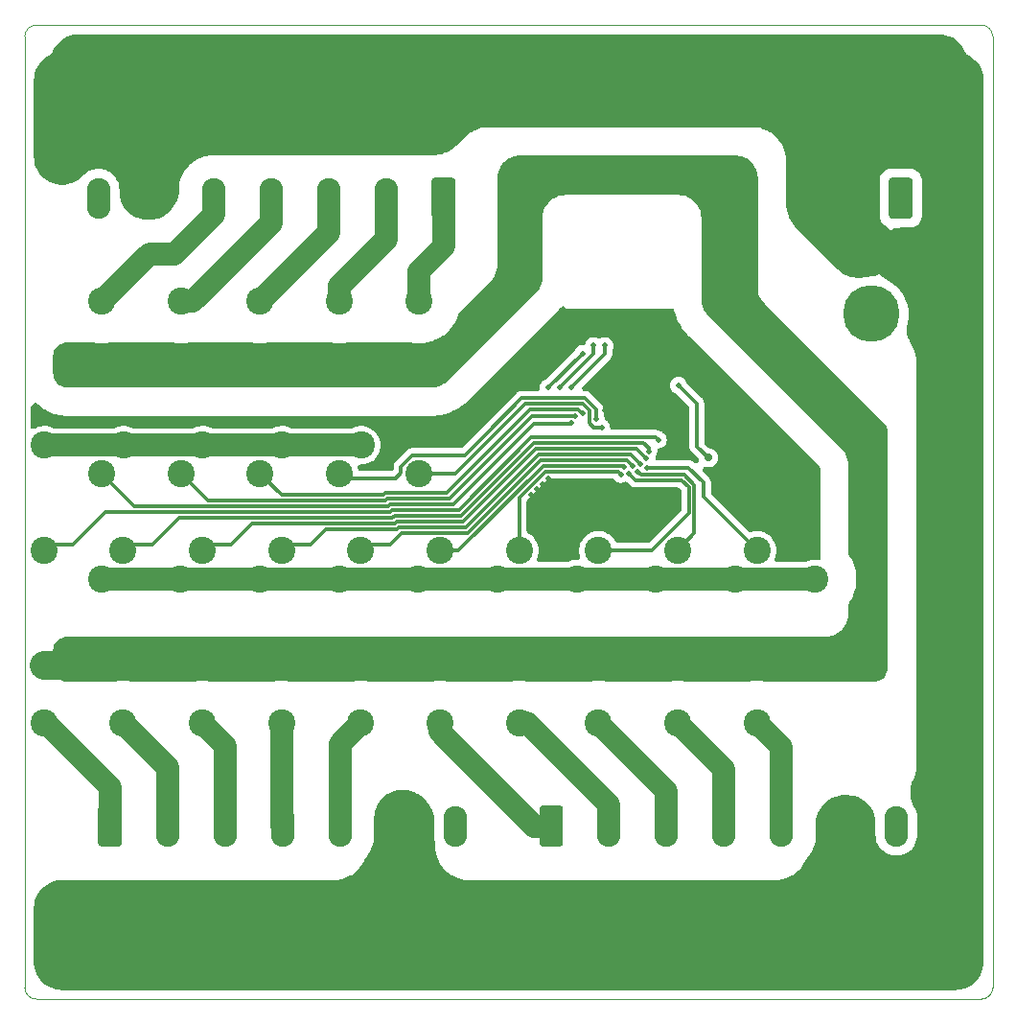
<source format=gbl>
G04 #@! TF.GenerationSoftware,KiCad,Pcbnew,6.0.10+dfsg-1~bpo11+1*
G04 #@! TF.ProjectId,project,70726f6a-6563-4742-9e6b-696361645f70,rev?*
G04 #@! TF.SameCoordinates,Original*
G04 #@! TF.FileFunction,Copper,L2,Bot*
G04 #@! TF.FilePolarity,Positive*
%FSLAX46Y46*%
G04 Gerber Fmt 4.6, Leading zero omitted, Abs format (unit mm)*
%MOMM*%
%LPD*%
G01*
G04 APERTURE LIST*
G04 #@! TA.AperFunction,Profile*
%ADD10C,0.100000*%
G04 #@! TD*
G04 #@! TA.AperFunction,ComponentPad*
%ADD11C,2.400000*%
G04 #@! TD*
G04 #@! TA.AperFunction,ComponentPad*
%ADD12O,2.080000X3.600000*%
G04 #@! TD*
G04 #@! TA.AperFunction,ComponentPad*
%ADD13O,2.100000X3.600000*%
G04 #@! TD*
G04 #@! TA.AperFunction,ComponentPad*
%ADD14C,5.000000*%
G04 #@! TD*
G04 #@! TA.AperFunction,ViaPad*
%ADD15C,0.500000*%
G04 #@! TD*
G04 #@! TA.AperFunction,ViaPad*
%ADD16C,0.700000*%
G04 #@! TD*
G04 #@! TA.AperFunction,Conductor*
%ADD17C,0.300000*%
G04 #@! TD*
G04 #@! TA.AperFunction,Conductor*
%ADD18C,2.000000*%
G04 #@! TD*
G04 #@! TA.AperFunction,Conductor*
%ADD19C,2.500000*%
G04 #@! TD*
G04 APERTURE END LIST*
D10*
X125512500Y-133037500D02*
G75*
G03*
X126512500Y-134037500I1000000J0D01*
G01*
X211012500Y-49037500D02*
X211012500Y-133037500D01*
X210012500Y-134037500D02*
X126512500Y-134037500D01*
X126512500Y-48037500D02*
X210012500Y-48037500D01*
X210012500Y-134037500D02*
G75*
G03*
X211012500Y-133037500I0J1000000D01*
G01*
X211012500Y-49037500D02*
G75*
G03*
X210012500Y-48037500I-1000000J0D01*
G01*
X126512500Y-48037500D02*
G75*
G03*
X125512500Y-49037500I0J-1000000D01*
G01*
X125512500Y-133037500D02*
X125512500Y-49037500D01*
D11*
X132302500Y-87667500D03*
X132302500Y-77507500D03*
X132302500Y-72427500D03*
X127222500Y-85127500D03*
X148182500Y-94412500D03*
X148182500Y-104572500D03*
X148182500Y-109652500D03*
X153262500Y-96952500D03*
G04 #@! TA.AperFunction,ComponentPad*
G36*
G01*
X131982500Y-120310001D02*
X131982500Y-117209999D01*
G75*
G02*
X132232499Y-116960000I249999J0D01*
G01*
X133812501Y-116960000D01*
G75*
G02*
X134062500Y-117209999I0J-249999D01*
G01*
X134062500Y-120310001D01*
G75*
G02*
X133812501Y-120560000I-249999J0D01*
G01*
X132232499Y-120560000D01*
G75*
G02*
X131982500Y-120310001I0J249999D01*
G01*
G37*
G04 #@! TD.AperFunction*
D12*
X138102500Y-118760000D03*
X143182500Y-118760000D03*
X148262500Y-118760000D03*
X153342500Y-118760000D03*
X158422500Y-118760000D03*
X163502500Y-118760000D03*
G04 #@! TA.AperFunction,ComponentPad*
G36*
G01*
X203932500Y-61765001D02*
X203932500Y-64864999D01*
G75*
G02*
X203682499Y-65115000I-250001J0D01*
G01*
X202082501Y-65115000D01*
G75*
G02*
X201832500Y-64864999I0J250001D01*
G01*
X201832500Y-61765001D01*
G75*
G02*
X202082501Y-61515000I250001J0D01*
G01*
X203682499Y-61515000D01*
G75*
G02*
X203932500Y-61765001I0J-250001D01*
G01*
G37*
G04 #@! TD.AperFunction*
D13*
X195262500Y-63315000D03*
X187642500Y-63315000D03*
D11*
X141182500Y-94412500D03*
X141182500Y-104572500D03*
X141182500Y-109652500D03*
X146262500Y-96952500D03*
X176182500Y-94412500D03*
X176182500Y-104572500D03*
X176182500Y-109652500D03*
X181262500Y-96952500D03*
X153302500Y-87667500D03*
X153302500Y-77507500D03*
X153302500Y-72427500D03*
X148222500Y-85127500D03*
X127182500Y-94412500D03*
X127182500Y-104572500D03*
X127182500Y-109652500D03*
X132262500Y-96952500D03*
X155182500Y-94412500D03*
X155182500Y-104572500D03*
X155182500Y-109652500D03*
X160262500Y-96952500D03*
G04 #@! TA.AperFunction,ComponentPad*
G36*
G01*
X163542500Y-61764999D02*
X163542500Y-64865001D01*
G75*
G02*
X163292501Y-65115000I-249999J0D01*
G01*
X161712499Y-65115000D01*
G75*
G02*
X161462500Y-64865001I0J249999D01*
G01*
X161462500Y-61764999D01*
G75*
G02*
X161712499Y-61515000I249999J0D01*
G01*
X163292501Y-61515000D01*
G75*
G02*
X163542500Y-61764999I0J-249999D01*
G01*
G37*
G04 #@! TD.AperFunction*
D12*
X157422500Y-63315000D03*
X152342500Y-63315000D03*
X147262500Y-63315000D03*
X142182500Y-63315000D03*
X137102500Y-63315000D03*
X132022500Y-63315000D03*
D11*
X169182500Y-94412500D03*
X169182500Y-104572500D03*
X169182500Y-109652500D03*
X174262500Y-96952500D03*
D14*
X200262500Y-73537500D03*
D11*
X146302500Y-87667500D03*
X146302500Y-77507500D03*
X146302500Y-72427500D03*
X141222500Y-85127500D03*
G04 #@! TA.AperFunction,ComponentPad*
G36*
G01*
X170982500Y-120310001D02*
X170982500Y-117209999D01*
G75*
G02*
X171232499Y-116960000I249999J0D01*
G01*
X172812501Y-116960000D01*
G75*
G02*
X173062500Y-117209999I0J-249999D01*
G01*
X173062500Y-120310001D01*
G75*
G02*
X172812501Y-120560000I-249999J0D01*
G01*
X171232499Y-120560000D01*
G75*
G02*
X170982500Y-120310001I0J249999D01*
G01*
G37*
G04 #@! TD.AperFunction*
D12*
X177102500Y-118760000D03*
X182182500Y-118760000D03*
X187262500Y-118760000D03*
X192342500Y-118760000D03*
X197422500Y-118760000D03*
X202502500Y-118760000D03*
D11*
X162182500Y-94412500D03*
X162182500Y-104572500D03*
X162182500Y-109652500D03*
X167262500Y-96952500D03*
X183182500Y-94412500D03*
X183182500Y-104572500D03*
X183182500Y-109652500D03*
X188262500Y-96952500D03*
X190182500Y-94412500D03*
X190182500Y-104572500D03*
X190182500Y-109652500D03*
X195262500Y-96952500D03*
X160302500Y-87667500D03*
X160302500Y-77507500D03*
X160302500Y-72427500D03*
X155222500Y-85127500D03*
X139302500Y-87667500D03*
X139302500Y-77507500D03*
X139302500Y-72427500D03*
X134222500Y-85127500D03*
X134182500Y-94412500D03*
X134182500Y-104572500D03*
X134182500Y-109652500D03*
X139262500Y-96952500D03*
D15*
X179262500Y-83037500D03*
X173262500Y-88537500D03*
X184762500Y-80037500D03*
X172262500Y-77037500D03*
X176262500Y-79037500D03*
X172262500Y-95037500D03*
X186262500Y-82537500D03*
X168262500Y-79537500D03*
X181262500Y-79037500D03*
X188262500Y-82537500D03*
X178262500Y-81037500D03*
X188262500Y-84537500D03*
X183762500Y-85037500D03*
X183762500Y-78037500D03*
X191262500Y-90037500D03*
X168262500Y-80537500D03*
X183262500Y-84037500D03*
X167262500Y-80537500D03*
D16*
X128862500Y-83037500D03*
D15*
X180262500Y-75037500D03*
X179762500Y-76037500D03*
X170262500Y-79037500D03*
X179262500Y-75037500D03*
X188262500Y-85537500D03*
X178262500Y-75037500D03*
X180762500Y-91037500D03*
X176912500Y-89887500D03*
D16*
X130462500Y-83037500D03*
D15*
X176412500Y-89387500D03*
X182262500Y-75037500D03*
X181262500Y-75037500D03*
X186262500Y-84537500D03*
X171262500Y-79037500D03*
X166262500Y-82537500D03*
X179262500Y-79037500D03*
X179762500Y-90037500D03*
X166762500Y-82037500D03*
X171762500Y-90037500D03*
X177762500Y-82037500D03*
X177762500Y-76037500D03*
X173262500Y-74037500D03*
X178762500Y-80037500D03*
X172762500Y-89037500D03*
X172262500Y-76037500D03*
X166262500Y-81537500D03*
X189262500Y-85537500D03*
X173262500Y-89537500D03*
X187262500Y-84537500D03*
X189262500Y-84537500D03*
X183262500Y-77037500D03*
X179762500Y-82037500D03*
X179762500Y-93037500D03*
X180262500Y-83037500D03*
X178262500Y-83037500D03*
X179762500Y-78037500D03*
X186262500Y-81537500D03*
X180762500Y-92037500D03*
X177762500Y-78037500D03*
D16*
X164262500Y-84037500D03*
D15*
X179262500Y-81037500D03*
X171262500Y-89537500D03*
X181262500Y-81037500D03*
X172262500Y-78037500D03*
X173262500Y-77037500D03*
X191262500Y-88037500D03*
X180762500Y-82037500D03*
X171762500Y-88037500D03*
X181762500Y-92037500D03*
X172262500Y-88537500D03*
X171262500Y-78037500D03*
X183262500Y-86037500D03*
X177262500Y-81037500D03*
X167262500Y-81537500D03*
X171762500Y-89037500D03*
X172262500Y-94037500D03*
X175762500Y-80037500D03*
X188262500Y-83537500D03*
X178762500Y-76037500D03*
X189262500Y-83537500D03*
X181762500Y-80037500D03*
X176762500Y-80037500D03*
X187262500Y-81537500D03*
X186262500Y-83537500D03*
X177262500Y-83037500D03*
X166762500Y-81037500D03*
X172262500Y-89537500D03*
X171262500Y-95037500D03*
X184262500Y-79037500D03*
X187262500Y-82537500D03*
X179762500Y-91037500D03*
X191262500Y-92037500D03*
X171262500Y-77037500D03*
X172762500Y-90037500D03*
X180762500Y-93037500D03*
X170762500Y-89037500D03*
X175912500Y-88887500D03*
D16*
X163662500Y-84037500D03*
D15*
X182762500Y-85037500D03*
X182762500Y-76037500D03*
X181762500Y-76037500D03*
X173262500Y-76037500D03*
X177762500Y-80037500D03*
D16*
X164862500Y-84037500D03*
D15*
X171262500Y-94037500D03*
X170262500Y-89537500D03*
X178762500Y-78037500D03*
X175462500Y-88437500D03*
X180762500Y-90037500D03*
X180762500Y-80037500D03*
X182262500Y-86037500D03*
X181262500Y-83037500D03*
X177262500Y-79037500D03*
X182262500Y-77037500D03*
X182762500Y-78037500D03*
X180762500Y-76037500D03*
X181762500Y-91037500D03*
X170262500Y-80037500D03*
X173262500Y-75037500D03*
X179762500Y-80037500D03*
X171262500Y-88537500D03*
X191262500Y-86037500D03*
X172262500Y-93037500D03*
X180262500Y-81037500D03*
X170262500Y-78037500D03*
X169262500Y-79037500D03*
X167762500Y-81037500D03*
X179762500Y-92037500D03*
X178762500Y-82037500D03*
X187262500Y-85537500D03*
X180262500Y-79037500D03*
X169262500Y-80037500D03*
D16*
X129662500Y-83037500D03*
D15*
X176762500Y-82037500D03*
X166262500Y-80537500D03*
X187262500Y-83537500D03*
X178262500Y-79037500D03*
D16*
X185862500Y-86237500D03*
D15*
X174762500Y-77037500D03*
X183262500Y-79837500D03*
X171762500Y-80037500D03*
X173762500Y-80037500D03*
X176762500Y-76337500D03*
X181462500Y-84637500D03*
X180394997Y-86325721D03*
X180612000Y-85660730D03*
X179171462Y-86947361D03*
X179844730Y-86757588D03*
X180447086Y-87113215D03*
X179666850Y-87441218D03*
X178157640Y-87693702D03*
X178852848Y-87616310D03*
X174130189Y-82591244D03*
X175975945Y-82837500D03*
X176462500Y-83537998D03*
X174776445Y-82323555D03*
X172762500Y-80037500D03*
X175762500Y-76337500D03*
X173770362Y-83191101D03*
X178422603Y-87046325D03*
D17*
X184862500Y-81437500D02*
X183262500Y-79837500D01*
X185862500Y-86237500D02*
X184862500Y-85237500D01*
X184862500Y-82037500D02*
X184862500Y-81437500D01*
X184862500Y-85237500D02*
X184862500Y-82037500D01*
X171762500Y-80037500D02*
X174762500Y-77037500D01*
X173762500Y-80037500D02*
X176762500Y-77037500D01*
X176762500Y-77037500D02*
X176762500Y-76337500D01*
D18*
X181262500Y-96952500D02*
X188262500Y-96952500D01*
X195262500Y-96952500D02*
X188262500Y-96952500D01*
X132262500Y-96952500D02*
X139262500Y-96952500D01*
X141222500Y-85127500D02*
X148222500Y-85127500D01*
X153262500Y-96952500D02*
X160262500Y-96952500D01*
X174262500Y-96952500D02*
X181262500Y-96952500D01*
X167262500Y-96952500D02*
X174262500Y-96952500D01*
X134222500Y-85127500D02*
X141222500Y-85127500D01*
X160262500Y-96952500D02*
X167262500Y-96952500D01*
X146262500Y-96952500D02*
X153262500Y-96952500D01*
X139262500Y-96952500D02*
X146262500Y-96952500D01*
X148222500Y-85127500D02*
X155222500Y-85127500D01*
X127222500Y-85127500D02*
X134222500Y-85127500D01*
D19*
X127182500Y-104572500D02*
X134182500Y-104572500D01*
D17*
X132612500Y-91037500D02*
X129762500Y-93887500D01*
X127707500Y-93887500D02*
X127182500Y-94412500D01*
X157784072Y-91037500D02*
X132612500Y-91037500D01*
X163837500Y-90862500D02*
X157959072Y-90862500D01*
X181462500Y-84637500D02*
X181262500Y-84437500D01*
X157959072Y-90862500D02*
X157784072Y-91037500D01*
X170262500Y-84437500D02*
X163837500Y-90862500D01*
X181262500Y-84437500D02*
X170262500Y-84437500D01*
X129762500Y-93887500D02*
X127707500Y-93887500D01*
X158373286Y-91862500D02*
X158198286Y-92037500D01*
X145612500Y-92037500D02*
X143762500Y-93887500D01*
X179506776Y-85437500D02*
X170676712Y-85437500D01*
X164251712Y-91862500D02*
X158373286Y-91862500D01*
X170676712Y-85437500D02*
X164251712Y-91862500D01*
X141707500Y-93887500D02*
X141182500Y-94412500D01*
X180394997Y-86325721D02*
X179506776Y-85437500D01*
X158198286Y-92037500D02*
X145612500Y-92037500D01*
X143762500Y-93887500D02*
X141707500Y-93887500D01*
X180612000Y-85660730D02*
X180612000Y-85387000D01*
X170469606Y-84937500D02*
X164044606Y-91362500D01*
X139112500Y-91537500D02*
X136762500Y-93887500D01*
X164044606Y-91362500D02*
X158166179Y-91362500D01*
X134707500Y-93887500D02*
X134182500Y-94412500D01*
X158166179Y-91362500D02*
X157991179Y-91537500D01*
X157991179Y-91537500D02*
X139112500Y-91537500D01*
X180612000Y-85387000D02*
X180162500Y-84937500D01*
X136762500Y-93887500D02*
X134707500Y-93887500D01*
X180162500Y-84937500D02*
X170469606Y-84937500D01*
X171090924Y-86437500D02*
X178661601Y-86437500D01*
X155182500Y-94412500D02*
X155707500Y-93887500D01*
X157762500Y-93887500D02*
X158787500Y-92862500D01*
X164665925Y-92862500D02*
X171090924Y-86437500D01*
X155707500Y-93887500D02*
X157762500Y-93887500D01*
X178661601Y-86437500D02*
X179171462Y-86947361D01*
X158787500Y-92862500D02*
X164665925Y-92862500D01*
X152112500Y-92537500D02*
X150762500Y-93887500D01*
X158405393Y-92537500D02*
X152112500Y-92537500D01*
X150762500Y-93887500D02*
X148707500Y-93887500D01*
X164458818Y-92362500D02*
X158580393Y-92362500D01*
X170883818Y-85937500D02*
X164458818Y-92362500D01*
X179844730Y-86757588D02*
X179024642Y-85937500D01*
X158580393Y-92362500D02*
X158405393Y-92537500D01*
X179024642Y-85937500D02*
X170883818Y-85937500D01*
X148707500Y-93887500D02*
X148182500Y-94412500D01*
X185462500Y-88437500D02*
X185462500Y-89692500D01*
X185462500Y-89692500D02*
X190182500Y-94412500D01*
X180447086Y-87113215D02*
X184138215Y-87113215D01*
X184138215Y-87113215D02*
X185462500Y-88437500D01*
X179938847Y-87713215D02*
X183738215Y-87713215D01*
X183738215Y-87713215D02*
X184662500Y-88637500D01*
X184662500Y-92932500D02*
X183182500Y-94412500D01*
X179666850Y-87441218D02*
X179938847Y-87713215D01*
X184662500Y-88637500D02*
X184662500Y-92932500D01*
X169182500Y-89760136D02*
X171505136Y-87437500D01*
X177901438Y-87437500D02*
X178157640Y-87693702D01*
X171505136Y-87437500D02*
X177901438Y-87437500D01*
X169182500Y-94412500D02*
X169182500Y-89760136D01*
X179449753Y-88213215D02*
X183531109Y-88213215D01*
X178852848Y-87616310D02*
X179449753Y-88213215D01*
X183531109Y-88213215D02*
X184162500Y-88844606D01*
X184162500Y-91137500D02*
X180887500Y-94412500D01*
X184162500Y-88844606D02*
X184162500Y-91137500D01*
X180887500Y-94412500D02*
X176182500Y-94412500D01*
X170308756Y-82591244D02*
X174130189Y-82591244D01*
X141672500Y-90037500D02*
X139302500Y-87667500D01*
X168062500Y-84837500D02*
X163037500Y-89862500D01*
X157369858Y-90037500D02*
X141672500Y-90037500D01*
X163037500Y-89862500D02*
X157544858Y-89862500D01*
X157544858Y-89862500D02*
X157369858Y-90037500D01*
X168062500Y-84837500D02*
X170308756Y-82591244D01*
X169408756Y-80991244D02*
X174462500Y-80991244D01*
X166262500Y-84137500D02*
X164362500Y-86037500D01*
X174999769Y-80991244D02*
X175975945Y-81967420D01*
X158752500Y-87025468D02*
X158752500Y-87547500D01*
X174462500Y-80991244D02*
X174999769Y-80991244D01*
X158752500Y-87547500D02*
X158262500Y-88037500D01*
X164362500Y-86037500D02*
X159740468Y-86037500D01*
X175975945Y-81967420D02*
X175975945Y-82837500D01*
X159740468Y-86037500D02*
X158752500Y-87025468D01*
X166262500Y-84137500D02*
X169408756Y-80991244D01*
X158262500Y-88037500D02*
X153672500Y-88037500D01*
X153672500Y-88037500D02*
X153302500Y-87667500D01*
X160302500Y-87667500D02*
X163578947Y-87667500D01*
X175762998Y-83537998D02*
X176462500Y-83537998D01*
X174792663Y-81491244D02*
X175376445Y-82075026D01*
X175376445Y-83151445D02*
X175762998Y-83537998D01*
X163578947Y-87667500D02*
X169755203Y-81491244D01*
X169755203Y-81491244D02*
X174792663Y-81491244D01*
X175376445Y-82075026D02*
X175376445Y-83151445D01*
X170108756Y-81991244D02*
X174378718Y-81991244D01*
X162737500Y-89362500D02*
X167262500Y-84837500D01*
X174378718Y-81991244D02*
X174711029Y-82323555D01*
X146302500Y-87667500D02*
X148172500Y-89537500D01*
X167262500Y-84837500D02*
X170108756Y-81991244D01*
X157162751Y-89537500D02*
X157337751Y-89362500D01*
X174711029Y-82323555D02*
X174776445Y-82323555D01*
X148172500Y-89537500D02*
X157162751Y-89537500D01*
X157337751Y-89362500D02*
X162737500Y-89362500D01*
D18*
X127377500Y-109652500D02*
X133022500Y-115297500D01*
X133022500Y-115297500D02*
X133022500Y-118760000D01*
X127182500Y-109652500D02*
X127377500Y-109652500D01*
X138102500Y-113572500D02*
X138102500Y-118760000D01*
X134182500Y-109652500D02*
X138102500Y-113572500D01*
X143182500Y-111652500D02*
X143182500Y-118760000D01*
X141182500Y-109652500D02*
X143182500Y-111652500D01*
X148182500Y-109652500D02*
X148182500Y-118680000D01*
X148182500Y-118680000D02*
X148262500Y-118760000D01*
X155182500Y-109652500D02*
X153342500Y-111492500D01*
X153342500Y-111492500D02*
X153342500Y-118760000D01*
X177102500Y-116877500D02*
X177102500Y-117572500D01*
X169182500Y-109652500D02*
X169877500Y-109652500D01*
X169877500Y-109652500D02*
X177102500Y-116877500D01*
X176182500Y-109652500D02*
X182182500Y-115652500D01*
X182182500Y-115652500D02*
X182182500Y-118760000D01*
X187262500Y-113732500D02*
X187262500Y-118760000D01*
X183182500Y-109652500D02*
X187262500Y-113732500D01*
X192342500Y-111812500D02*
X192342500Y-118760000D01*
X190182500Y-109652500D02*
X192342500Y-111812500D01*
X162502500Y-67541208D02*
X162502500Y-63315000D01*
X160302500Y-69741208D02*
X162502500Y-67541208D01*
X160302500Y-72427500D02*
X160302500Y-69741208D01*
X153302500Y-71084354D02*
X157422500Y-66964354D01*
X157422500Y-66964354D02*
X157422500Y-63315000D01*
X153302500Y-72427500D02*
X153302500Y-71084354D01*
X146302500Y-72427500D02*
X152342500Y-66387500D01*
X152342500Y-66387500D02*
X152342500Y-63315000D01*
X139302500Y-72427500D02*
X140362803Y-72427500D01*
X140362803Y-72427500D02*
X147262500Y-65527803D01*
X147262500Y-65527803D02*
X147262500Y-63315000D01*
D17*
X175762500Y-77037500D02*
X175762500Y-76337500D01*
X172762500Y-80037500D02*
X175762500Y-77037500D01*
D18*
X138762500Y-68227500D02*
X142182500Y-64807500D01*
X136502500Y-68227500D02*
X138762500Y-68227500D01*
X142182500Y-64807500D02*
X142182500Y-63315000D01*
X132302500Y-72427500D02*
X136502500Y-68227500D01*
D17*
X135172500Y-90537500D02*
X132302500Y-87667500D01*
X170462500Y-83237500D02*
X163337500Y-90362500D01*
X163337500Y-90362500D02*
X157751965Y-90362500D01*
X173723963Y-83237500D02*
X170462500Y-83237500D01*
X173770362Y-83191101D02*
X173723963Y-83237500D01*
X157576965Y-90537500D02*
X135172500Y-90537500D01*
X157751965Y-90362500D02*
X157576965Y-90537500D01*
D18*
X162182500Y-110420000D02*
X170522500Y-118760000D01*
X170522500Y-118760000D02*
X172022500Y-118760000D01*
X162182500Y-109652500D02*
X162182500Y-110420000D01*
D17*
X163823030Y-94412500D02*
X171298030Y-86937500D01*
X162182500Y-94412500D02*
X163823030Y-94412500D01*
X178313778Y-86937500D02*
X178422603Y-87046325D01*
X171298030Y-86937500D02*
X178313778Y-86937500D01*
G04 #@! TA.AperFunction,Conductor*
G36*
X177484627Y-88106954D02*
G01*
X177568454Y-88164030D01*
X177666553Y-88265615D01*
X177666556Y-88265617D01*
X177676226Y-88275631D01*
X177740972Y-88318000D01*
X177802335Y-88358155D01*
X177817115Y-88367827D01*
X177884341Y-88392828D01*
X177961881Y-88421665D01*
X177961885Y-88421666D01*
X177974929Y-88426517D01*
X177988723Y-88428357D01*
X177988725Y-88428358D01*
X178128029Y-88446945D01*
X178128033Y-88446945D01*
X178141823Y-88448785D01*
X178155680Y-88447524D01*
X178155684Y-88447524D01*
X178295641Y-88434787D01*
X178295644Y-88434786D01*
X178309504Y-88433525D01*
X178469637Y-88381495D01*
X178473712Y-88379066D01*
X178563212Y-88358155D01*
X178659076Y-88373938D01*
X178747540Y-88430948D01*
X178935698Y-88619106D01*
X178939686Y-88623489D01*
X178944551Y-88631155D01*
X178955972Y-88641880D01*
X178994125Y-88677708D01*
X178999743Y-88683151D01*
X179018718Y-88702126D01*
X179024903Y-88706924D01*
X179027426Y-88709148D01*
X179033209Y-88714410D01*
X179064360Y-88743663D01*
X179078087Y-88751209D01*
X179083848Y-88755395D01*
X179097467Y-88764341D01*
X179103606Y-88767972D01*
X179115989Y-88777577D01*
X179152479Y-88793368D01*
X179173533Y-88803683D01*
X179194653Y-88815294D01*
X179194661Y-88815297D01*
X179208385Y-88822842D01*
X179223553Y-88826737D01*
X179230179Y-88829360D01*
X179245594Y-88834637D01*
X179252447Y-88836628D01*
X179266826Y-88842850D01*
X179282303Y-88845301D01*
X179282306Y-88845302D01*
X179306087Y-88849069D01*
X179329059Y-88853826D01*
X179352396Y-88859818D01*
X179352401Y-88859819D01*
X179367576Y-88863715D01*
X179383247Y-88863715D01*
X179390316Y-88864608D01*
X179406547Y-88865886D01*
X179413686Y-88866110D01*
X179429158Y-88868561D01*
X179444752Y-88867087D01*
X179444754Y-88867087D01*
X179468733Y-88864820D01*
X179492166Y-88863715D01*
X183158523Y-88863715D01*
X183253811Y-88882669D01*
X183334593Y-88936645D01*
X183439070Y-89041122D01*
X183493046Y-89121904D01*
X183512000Y-89217192D01*
X183512000Y-90764914D01*
X183493046Y-90860202D01*
X183439070Y-90940984D01*
X180690984Y-93689070D01*
X180610202Y-93743046D01*
X180514914Y-93762000D01*
X177913937Y-93762000D01*
X177818649Y-93743046D01*
X177737867Y-93689070D01*
X177697761Y-93636565D01*
X177596231Y-93458926D01*
X177590519Y-93451680D01*
X177590514Y-93451673D01*
X177445471Y-93267688D01*
X177445467Y-93267684D01*
X177439755Y-93260438D01*
X177255660Y-93087258D01*
X177248081Y-93082000D01*
X177248077Y-93081997D01*
X177055583Y-92948459D01*
X177055581Y-92948458D01*
X177047989Y-92943191D01*
X177039700Y-92939103D01*
X177039696Y-92939101D01*
X176829591Y-92835489D01*
X176829589Y-92835488D01*
X176821305Y-92831403D01*
X176724851Y-92800528D01*
X176589386Y-92757165D01*
X176589379Y-92757163D01*
X176580587Y-92754349D01*
X176425419Y-92729078D01*
X176340239Y-92715205D01*
X176340233Y-92715204D01*
X176331124Y-92713721D01*
X176321894Y-92713600D01*
X176321892Y-92713600D01*
X176148201Y-92711327D01*
X176078396Y-92710413D01*
X176069241Y-92711659D01*
X176069240Y-92711659D01*
X175837107Y-92743250D01*
X175837101Y-92743251D01*
X175827955Y-92744496D01*
X175585303Y-92815223D01*
X175576924Y-92819086D01*
X175576918Y-92819088D01*
X175364160Y-92917171D01*
X175355770Y-92921039D01*
X175321983Y-92943191D01*
X175247624Y-92991943D01*
X175144399Y-93059620D01*
X175137510Y-93065769D01*
X175137507Y-93065771D01*
X175000561Y-93188000D01*
X174955833Y-93227921D01*
X174794215Y-93422246D01*
X174771957Y-93458926D01*
X174667884Y-93630432D01*
X174667881Y-93630438D01*
X174663095Y-93638325D01*
X174659526Y-93646836D01*
X174659524Y-93646840D01*
X174568930Y-93862883D01*
X174565354Y-93871411D01*
X174503139Y-94116383D01*
X174477816Y-94367861D01*
X174480011Y-94413556D01*
X174487976Y-94579362D01*
X174489943Y-94620320D01*
X174539252Y-94868213D01*
X174542375Y-94876911D01*
X174557633Y-94919410D01*
X174571993Y-95015498D01*
X174548489Y-95109767D01*
X174490699Y-95187865D01*
X174407420Y-95237903D01*
X174320023Y-95252529D01*
X174158396Y-95250413D01*
X174149241Y-95251659D01*
X174149240Y-95251659D01*
X173917107Y-95283250D01*
X173917101Y-95283251D01*
X173907955Y-95284496D01*
X173665303Y-95355223D01*
X173640345Y-95366729D01*
X173504990Y-95429128D01*
X173400744Y-95452000D01*
X170964660Y-95452000D01*
X170869372Y-95433046D01*
X170788590Y-95379070D01*
X170734614Y-95298288D01*
X170715660Y-95203000D01*
X170737631Y-95100731D01*
X170754316Y-95063693D01*
X170784928Y-94995736D01*
X170801054Y-94938556D01*
X170851024Y-94761377D01*
X170851025Y-94761372D01*
X170853534Y-94752476D01*
X170855458Y-94737357D01*
X170863753Y-94672151D01*
X170885431Y-94501747D01*
X170887263Y-94431798D01*
X170887605Y-94418740D01*
X170887605Y-94418732D01*
X170887768Y-94412500D01*
X170869037Y-94160445D01*
X170813256Y-93913928D01*
X170721650Y-93678363D01*
X170596231Y-93458926D01*
X170590519Y-93451680D01*
X170590514Y-93451673D01*
X170445471Y-93267688D01*
X170445467Y-93267684D01*
X170439755Y-93260438D01*
X170255660Y-93087258D01*
X170248081Y-93082000D01*
X170248077Y-93081997D01*
X170055583Y-92948459D01*
X170055581Y-92948458D01*
X170047989Y-92943191D01*
X169971868Y-92905652D01*
X169894791Y-92846509D01*
X169846214Y-92762370D01*
X169833000Y-92682332D01*
X169833000Y-90132722D01*
X169851954Y-90037434D01*
X169905930Y-89956652D01*
X171701652Y-88160930D01*
X171782434Y-88106954D01*
X171877722Y-88088000D01*
X177389339Y-88088000D01*
X177484627Y-88106954D01*
G37*
G04 #@! TD.AperFunction*
G04 #@! TA.AperFunction,Conductor*
G36*
X173091294Y-72864090D02*
G01*
X173178430Y-72907061D01*
X173242488Y-72980106D01*
X173258719Y-73023229D01*
X173262500Y-73028887D01*
X173262500Y-73037500D01*
X182636915Y-73037500D01*
X182732203Y-73056454D01*
X182812985Y-73110430D01*
X182866961Y-73191212D01*
X182879408Y-73229949D01*
X182894551Y-73294895D01*
X182936835Y-73452701D01*
X182984431Y-73609602D01*
X182985089Y-73611540D01*
X183011554Y-73689502D01*
X183015899Y-73702303D01*
X183073655Y-73855757D01*
X183074443Y-73857660D01*
X183074448Y-73857672D01*
X183135379Y-74004771D01*
X183135392Y-74004802D01*
X183136172Y-74006684D01*
X183203830Y-74156008D01*
X183204724Y-74157821D01*
X183204734Y-74157842D01*
X183246248Y-74242025D01*
X183246265Y-74242058D01*
X183247124Y-74243800D01*
X183324413Y-74388398D01*
X183406101Y-74529886D01*
X183492673Y-74669106D01*
X183547056Y-74750497D01*
X183642565Y-74883781D01*
X183742019Y-75013392D01*
X183846028Y-75140127D01*
X183937591Y-75244535D01*
X183992670Y-75305305D01*
X184048544Y-75364960D01*
X184105547Y-75423859D01*
X195684070Y-87002382D01*
X195738046Y-87083164D01*
X195757000Y-87178452D01*
X195757000Y-94407716D01*
X195757438Y-94454547D01*
X195757446Y-94454975D01*
X195758204Y-94495505D01*
X195758311Y-94501245D01*
X195778101Y-94772146D01*
X195778529Y-94775493D01*
X195806467Y-94994026D01*
X195799749Y-95090948D01*
X195756453Y-95177922D01*
X195683169Y-95241707D01*
X195591053Y-95272592D01*
X195519456Y-95271364D01*
X195411124Y-95253721D01*
X195401894Y-95253600D01*
X195401892Y-95253600D01*
X195228201Y-95251327D01*
X195158396Y-95250413D01*
X195149241Y-95251659D01*
X195149240Y-95251659D01*
X194917107Y-95283250D01*
X194917101Y-95283251D01*
X194907955Y-95284496D01*
X194665303Y-95355223D01*
X194640345Y-95366729D01*
X194504990Y-95429128D01*
X194400744Y-95452000D01*
X191964660Y-95452000D01*
X191869372Y-95433046D01*
X191788590Y-95379070D01*
X191734614Y-95298288D01*
X191715660Y-95203000D01*
X191737631Y-95100731D01*
X191754316Y-95063693D01*
X191784928Y-94995736D01*
X191801054Y-94938556D01*
X191851024Y-94761377D01*
X191851025Y-94761372D01*
X191853534Y-94752476D01*
X191855458Y-94737357D01*
X191863753Y-94672151D01*
X191885431Y-94501747D01*
X191887263Y-94431798D01*
X191887605Y-94418740D01*
X191887605Y-94418732D01*
X191887768Y-94412500D01*
X191869037Y-94160445D01*
X191813256Y-93913928D01*
X191721650Y-93678363D01*
X191596231Y-93458926D01*
X191590519Y-93451680D01*
X191590514Y-93451673D01*
X191445471Y-93267688D01*
X191445467Y-93267684D01*
X191439755Y-93260438D01*
X191255660Y-93087258D01*
X191248081Y-93082000D01*
X191248077Y-93081997D01*
X191055583Y-92948459D01*
X191055581Y-92948458D01*
X191047989Y-92943191D01*
X191039700Y-92939103D01*
X191039696Y-92939101D01*
X190829591Y-92835489D01*
X190829589Y-92835488D01*
X190821305Y-92831403D01*
X190724851Y-92800528D01*
X190589386Y-92757165D01*
X190589379Y-92757163D01*
X190580587Y-92754349D01*
X190425419Y-92729078D01*
X190340239Y-92715205D01*
X190340233Y-92715204D01*
X190331124Y-92713721D01*
X190321894Y-92713600D01*
X190321892Y-92713600D01*
X190148201Y-92711327D01*
X190078396Y-92710413D01*
X190069241Y-92711659D01*
X190069240Y-92711659D01*
X189837107Y-92743250D01*
X189837101Y-92743251D01*
X189827955Y-92744496D01*
X189664771Y-92792060D01*
X189567987Y-92800528D01*
X189475328Y-92771313D01*
X189419024Y-92729078D01*
X186185930Y-89495984D01*
X186131954Y-89415202D01*
X186113000Y-89319914D01*
X186113000Y-88513993D01*
X186113280Y-88508064D01*
X186115260Y-88499204D01*
X186113123Y-88431197D01*
X186113000Y-88423376D01*
X186113000Y-88396575D01*
X186112022Y-88388829D01*
X186111809Y-88385445D01*
X186111441Y-88377646D01*
X186110590Y-88350589D01*
X186110098Y-88334931D01*
X186105726Y-88319883D01*
X186104613Y-88312855D01*
X186101307Y-88296888D01*
X186099535Y-88289985D01*
X186097571Y-88274442D01*
X186082933Y-88237470D01*
X186075338Y-88215286D01*
X186068614Y-88192144D01*
X186064244Y-88177102D01*
X186056270Y-88163618D01*
X186053438Y-88157074D01*
X186046269Y-88142440D01*
X186042834Y-88136191D01*
X186037068Y-88121629D01*
X186013698Y-88089463D01*
X186000823Y-88069862D01*
X185980581Y-88035635D01*
X185969503Y-88024557D01*
X185965139Y-88018931D01*
X185954567Y-88006552D01*
X185949675Y-88001343D01*
X185940463Y-87988663D01*
X185928391Y-87978676D01*
X185928388Y-87978673D01*
X185909837Y-87963327D01*
X185892485Y-87947539D01*
X185427554Y-87482608D01*
X185373578Y-87401826D01*
X185354624Y-87306538D01*
X185373578Y-87211250D01*
X185427554Y-87130468D01*
X185508336Y-87076492D01*
X185603624Y-87057538D01*
X185655395Y-87062979D01*
X185773109Y-87088000D01*
X185951891Y-87088000D01*
X186126767Y-87050829D01*
X186202749Y-87017000D01*
X186278169Y-86983421D01*
X186278170Y-86983420D01*
X186290093Y-86978112D01*
X186351684Y-86933363D01*
X186424182Y-86880690D01*
X186424184Y-86880688D01*
X186434730Y-86873026D01*
X186448249Y-86858012D01*
X186545625Y-86749866D01*
X186545629Y-86749861D01*
X186554359Y-86740165D01*
X186643750Y-86585335D01*
X186698997Y-86415303D01*
X186717685Y-86237500D01*
X186698997Y-86059697D01*
X186643750Y-85889665D01*
X186554359Y-85734835D01*
X186545629Y-85725139D01*
X186545625Y-85725134D01*
X186443456Y-85611665D01*
X186443455Y-85611664D01*
X186434730Y-85601974D01*
X186385278Y-85566044D01*
X186300650Y-85504558D01*
X186300649Y-85504557D01*
X186290093Y-85496888D01*
X186203432Y-85458304D01*
X186152785Y-85435755D01*
X186126767Y-85424171D01*
X186084214Y-85415126D01*
X185998708Y-85396951D01*
X185909443Y-85358599D01*
X185874408Y-85329462D01*
X185585930Y-85040984D01*
X185531954Y-84960202D01*
X185513000Y-84864914D01*
X185513000Y-81513993D01*
X185513280Y-81508064D01*
X185515260Y-81499204D01*
X185513123Y-81431197D01*
X185513000Y-81423376D01*
X185513000Y-81396575D01*
X185512022Y-81388829D01*
X185511809Y-81385445D01*
X185511441Y-81377646D01*
X185510590Y-81350592D01*
X185510098Y-81334931D01*
X185505726Y-81319883D01*
X185504613Y-81312854D01*
X185501305Y-81296879D01*
X185499535Y-81289984D01*
X185497571Y-81274442D01*
X185482939Y-81237486D01*
X185475339Y-81215288D01*
X185468617Y-81192149D01*
X185468615Y-81192145D01*
X185464245Y-81177102D01*
X185456272Y-81163620D01*
X185453442Y-81157081D01*
X185446271Y-81142444D01*
X185442834Y-81136191D01*
X185437068Y-81121629D01*
X185413695Y-81089458D01*
X185400826Y-81069866D01*
X185388556Y-81049118D01*
X185388552Y-81049113D01*
X185380581Y-81035635D01*
X185369510Y-81024564D01*
X185365149Y-81018942D01*
X185354567Y-81006552D01*
X185349675Y-81001343D01*
X185340463Y-80988663D01*
X185328391Y-80978676D01*
X185328388Y-80978673D01*
X185309837Y-80963327D01*
X185292485Y-80947539D01*
X184030681Y-79685735D01*
X183976705Y-79604953D01*
X183971602Y-79591554D01*
X183948187Y-79524317D01*
X183943608Y-79511168D01*
X183900610Y-79442356D01*
X183861763Y-79380187D01*
X183861760Y-79380184D01*
X183854384Y-79368379D01*
X183836547Y-79350417D01*
X183745551Y-79258783D01*
X183745548Y-79258780D01*
X183735742Y-79248906D01*
X183593579Y-79158687D01*
X183434962Y-79102206D01*
X183421136Y-79100557D01*
X183421135Y-79100557D01*
X183370832Y-79094559D01*
X183267773Y-79082269D01*
X183253930Y-79083724D01*
X183253927Y-79083724D01*
X183195080Y-79089909D01*
X183100321Y-79099869D01*
X182940931Y-79154130D01*
X182797522Y-79242356D01*
X182787578Y-79252094D01*
X182787574Y-79252097D01*
X182687174Y-79350417D01*
X182677224Y-79360161D01*
X182586015Y-79501690D01*
X182528427Y-79659909D01*
X182526683Y-79673717D01*
X182526682Y-79673720D01*
X182523149Y-79701690D01*
X182507325Y-79826955D01*
X182508683Y-79840806D01*
X182508683Y-79840809D01*
X182522397Y-79980676D01*
X182523755Y-79994525D01*
X182576902Y-80154291D01*
X182664124Y-80298312D01*
X182673792Y-80308324D01*
X182673794Y-80308326D01*
X182707904Y-80343647D01*
X182781086Y-80419429D01*
X182874541Y-80480585D01*
X182902953Y-80499177D01*
X182921975Y-80511625D01*
X183021868Y-80548775D01*
X183111140Y-80606086D01*
X184139070Y-81634016D01*
X184193046Y-81714798D01*
X184212000Y-81810086D01*
X184212000Y-85161008D01*
X184211720Y-85166936D01*
X184209740Y-85175796D01*
X184210232Y-85191452D01*
X184211877Y-85243789D01*
X184212000Y-85251611D01*
X184212000Y-85278425D01*
X184212980Y-85286185D01*
X184213193Y-85289572D01*
X184213561Y-85297375D01*
X184214903Y-85340069D01*
X184219274Y-85355114D01*
X184220392Y-85362172D01*
X184223693Y-85378111D01*
X184225466Y-85385015D01*
X184227429Y-85400558D01*
X184236973Y-85424661D01*
X184242063Y-85437517D01*
X184249664Y-85459718D01*
X184260756Y-85497898D01*
X184268732Y-85511385D01*
X184271566Y-85517934D01*
X184278731Y-85532560D01*
X184282166Y-85538809D01*
X184287932Y-85553371D01*
X184297137Y-85566041D01*
X184297139Y-85566044D01*
X184311302Y-85585537D01*
X184324177Y-85605138D01*
X184344419Y-85639365D01*
X184355497Y-85650443D01*
X184359861Y-85656069D01*
X184370433Y-85668448D01*
X184375325Y-85673657D01*
X184384537Y-85686337D01*
X184396609Y-85696324D01*
X184396612Y-85696327D01*
X184415163Y-85711673D01*
X184432515Y-85727461D01*
X184952572Y-86247518D01*
X185006548Y-86328300D01*
X185024138Y-86397559D01*
X185026003Y-86415303D01*
X185030036Y-86427715D01*
X185032307Y-86438399D01*
X185033580Y-86535546D01*
X184997579Y-86625785D01*
X184929786Y-86695378D01*
X184840522Y-86733730D01*
X184743375Y-86735003D01*
X184653136Y-86699002D01*
X184618300Y-86671688D01*
X184593846Y-86648725D01*
X184588225Y-86643279D01*
X184569250Y-86624304D01*
X184563065Y-86619506D01*
X184560542Y-86617282D01*
X184554753Y-86612014D01*
X184536694Y-86595055D01*
X184523608Y-86582767D01*
X184509881Y-86575221D01*
X184504120Y-86571035D01*
X184490492Y-86562083D01*
X184484358Y-86558456D01*
X184471979Y-86548853D01*
X184435496Y-86533066D01*
X184414434Y-86522747D01*
X184393311Y-86511135D01*
X184393310Y-86511135D01*
X184379583Y-86503588D01*
X184364415Y-86499694D01*
X184357786Y-86497069D01*
X184342368Y-86491791D01*
X184335513Y-86489799D01*
X184321141Y-86483580D01*
X184305676Y-86481130D01*
X184305671Y-86481129D01*
X184281878Y-86477361D01*
X184258907Y-86472604D01*
X184235563Y-86466610D01*
X184235561Y-86466610D01*
X184220392Y-86462715D01*
X184204728Y-86462715D01*
X184197658Y-86461822D01*
X184181410Y-86460543D01*
X184174284Y-86460319D01*
X184158810Y-86457868D01*
X184143217Y-86459342D01*
X184143215Y-86459342D01*
X184119226Y-86461610D01*
X184095792Y-86462715D01*
X181444642Y-86462715D01*
X181349354Y-86443761D01*
X181268572Y-86389785D01*
X181214596Y-86309003D01*
X181195642Y-86213715D01*
X181214596Y-86118427D01*
X181237245Y-86075920D01*
X181256270Y-86047285D01*
X181283731Y-86005953D01*
X181343521Y-85848553D01*
X181366955Y-85681818D01*
X181367249Y-85660730D01*
X181366377Y-85652959D01*
X181365995Y-85645145D01*
X181367476Y-85645073D01*
X181374831Y-85558341D01*
X181419462Y-85472044D01*
X181493720Y-85409395D01*
X181591497Y-85379404D01*
X181614364Y-85377323D01*
X181774497Y-85325293D01*
X181836050Y-85288600D01*
X181907168Y-85246205D01*
X181907170Y-85246203D01*
X181919123Y-85239078D01*
X182041054Y-85122965D01*
X182134231Y-84982723D01*
X182194021Y-84825323D01*
X182217455Y-84658588D01*
X182217749Y-84637500D01*
X182198981Y-84470176D01*
X182143608Y-84311168D01*
X182136229Y-84299359D01*
X182061763Y-84180187D01*
X182061760Y-84180184D01*
X182054384Y-84168379D01*
X182044574Y-84158500D01*
X181945551Y-84058783D01*
X181945548Y-84058780D01*
X181935742Y-84048906D01*
X181831399Y-83982688D01*
X181805333Y-83966146D01*
X181805331Y-83966145D01*
X181793579Y-83958687D01*
X181670274Y-83914780D01*
X181623155Y-83888982D01*
X181622129Y-83890716D01*
X181608644Y-83882741D01*
X181596264Y-83873138D01*
X181559781Y-83857351D01*
X181538719Y-83847032D01*
X181517596Y-83835420D01*
X181517595Y-83835420D01*
X181503868Y-83827873D01*
X181488700Y-83823979D01*
X181482071Y-83821354D01*
X181466653Y-83816076D01*
X181459798Y-83814084D01*
X181445426Y-83807865D01*
X181429961Y-83805415D01*
X181429956Y-83805414D01*
X181406163Y-83801646D01*
X181383192Y-83796889D01*
X181359848Y-83790895D01*
X181359846Y-83790895D01*
X181344677Y-83787000D01*
X181329013Y-83787000D01*
X181321943Y-83786107D01*
X181305695Y-83784828D01*
X181298569Y-83784604D01*
X181283095Y-83782153D01*
X181267502Y-83783627D01*
X181267500Y-83783627D01*
X181243511Y-83785895D01*
X181220077Y-83787000D01*
X177466555Y-83787000D01*
X177371267Y-83768046D01*
X177290485Y-83714070D01*
X177236509Y-83633288D01*
X177217852Y-83550168D01*
X177217640Y-83545830D01*
X177217749Y-83537998D01*
X177209883Y-83467864D01*
X177200533Y-83384511D01*
X177198981Y-83370674D01*
X177143608Y-83211666D01*
X177131551Y-83192370D01*
X177061763Y-83080685D01*
X177061760Y-83080682D01*
X177054384Y-83068877D01*
X177044574Y-83058998D01*
X176945551Y-82959281D01*
X176945548Y-82959278D01*
X176935742Y-82949404D01*
X176829760Y-82882146D01*
X176759463Y-82815085D01*
X176720179Y-82726227D01*
X176715734Y-82699668D01*
X176713978Y-82684011D01*
X176713978Y-82684009D01*
X176712426Y-82670176D01*
X176668138Y-82543000D01*
X176661632Y-82524316D01*
X176661631Y-82524313D01*
X176657053Y-82511168D01*
X176650632Y-82500893D01*
X176626809Y-82407768D01*
X176626445Y-82394304D01*
X176626445Y-82043911D01*
X176626725Y-82037983D01*
X176628705Y-82029123D01*
X176626568Y-81961129D01*
X176626445Y-81953308D01*
X176626445Y-81926495D01*
X176625464Y-81918730D01*
X176625253Y-81915371D01*
X176624885Y-81907564D01*
X176624034Y-81880505D01*
X176623542Y-81864850D01*
X176619172Y-81849809D01*
X176618056Y-81842762D01*
X176614753Y-81826813D01*
X176612979Y-81819905D01*
X176611016Y-81804362D01*
X176596381Y-81767397D01*
X176588787Y-81745217D01*
X176582060Y-81722064D01*
X176582059Y-81722061D01*
X176577689Y-81707021D01*
X176569716Y-81693539D01*
X176566886Y-81687000D01*
X176559720Y-81672371D01*
X176556279Y-81666111D01*
X176550513Y-81651549D01*
X176541306Y-81638877D01*
X176541303Y-81638871D01*
X176527142Y-81619380D01*
X176514264Y-81599776D01*
X176501996Y-81579032D01*
X176494026Y-81565555D01*
X176482952Y-81554481D01*
X176478598Y-81548868D01*
X176468012Y-81536472D01*
X176463120Y-81531263D01*
X176453908Y-81518583D01*
X176441836Y-81508596D01*
X176441833Y-81508593D01*
X176423282Y-81493247D01*
X176405930Y-81477459D01*
X175513824Y-80585353D01*
X175509836Y-80580970D01*
X175504971Y-80573304D01*
X175455396Y-80526750D01*
X175449779Y-80521308D01*
X175430804Y-80502333D01*
X175424619Y-80497535D01*
X175422096Y-80495311D01*
X175416307Y-80490043D01*
X175396582Y-80471520D01*
X175385162Y-80460796D01*
X175371435Y-80453250D01*
X175365674Y-80449064D01*
X175352046Y-80440112D01*
X175345912Y-80436485D01*
X175333533Y-80426882D01*
X175297050Y-80411095D01*
X175275988Y-80400776D01*
X175254865Y-80389164D01*
X175254864Y-80389164D01*
X175241137Y-80381617D01*
X175225969Y-80377723D01*
X175219340Y-80375098D01*
X175203922Y-80369820D01*
X175197067Y-80367828D01*
X175182695Y-80361609D01*
X175167230Y-80359159D01*
X175167225Y-80359158D01*
X175143432Y-80355390D01*
X175120461Y-80350633D01*
X175097117Y-80344639D01*
X175097115Y-80344639D01*
X175081946Y-80340744D01*
X175066282Y-80340744D01*
X175059212Y-80339851D01*
X175042964Y-80338572D01*
X175035838Y-80338348D01*
X175020364Y-80335897D01*
X175004768Y-80337371D01*
X174989107Y-80336879D01*
X174989151Y-80335494D01*
X174909526Y-80327335D01*
X174824024Y-80281200D01*
X174762685Y-80205857D01*
X174734848Y-80112775D01*
X174744751Y-80016126D01*
X174790886Y-79930624D01*
X174806673Y-79913273D01*
X177168391Y-77551555D01*
X177172774Y-77547567D01*
X177180440Y-77542702D01*
X177226994Y-77493127D01*
X177232436Y-77487510D01*
X177251412Y-77468534D01*
X177256207Y-77462352D01*
X177258408Y-77459855D01*
X177263680Y-77454060D01*
X177282226Y-77434311D01*
X177282227Y-77434309D01*
X177292948Y-77422893D01*
X177300495Y-77409166D01*
X177304678Y-77403408D01*
X177313633Y-77389776D01*
X177317259Y-77383645D01*
X177326863Y-77371263D01*
X177333088Y-77356878D01*
X177342654Y-77334773D01*
X177352975Y-77313704D01*
X177364580Y-77292595D01*
X177372127Y-77278868D01*
X177376023Y-77263694D01*
X177378645Y-77257072D01*
X177383925Y-77241650D01*
X177385914Y-77234805D01*
X177392136Y-77220426D01*
X177394587Y-77204953D01*
X177394588Y-77204949D01*
X177398355Y-77181163D01*
X177403112Y-77158191D01*
X177409104Y-77134853D01*
X177409104Y-77134850D01*
X177413000Y-77119677D01*
X177413000Y-77104010D01*
X177413893Y-77096940D01*
X177415172Y-77080685D01*
X177415396Y-77073571D01*
X177417847Y-77058095D01*
X177414105Y-77018508D01*
X177413000Y-76995076D01*
X177413000Y-76780879D01*
X177431795Y-76686389D01*
X177434231Y-76682723D01*
X177494021Y-76525323D01*
X177517455Y-76358588D01*
X177517749Y-76337500D01*
X177498981Y-76170176D01*
X177443608Y-76011168D01*
X177430372Y-75989986D01*
X177361763Y-75880187D01*
X177361760Y-75880184D01*
X177354384Y-75868379D01*
X177296719Y-75810310D01*
X177245551Y-75758783D01*
X177245548Y-75758780D01*
X177235742Y-75748906D01*
X177093579Y-75658687D01*
X176934962Y-75602206D01*
X176921136Y-75600557D01*
X176921135Y-75600557D01*
X176870832Y-75594559D01*
X176767773Y-75582269D01*
X176753930Y-75583724D01*
X176753927Y-75583724D01*
X176695080Y-75589909D01*
X176600321Y-75599869D01*
X176440931Y-75654130D01*
X176429074Y-75661424D01*
X176429075Y-75661424D01*
X176393433Y-75683351D01*
X176302341Y-75717137D01*
X176205255Y-75713492D01*
X176129539Y-75681508D01*
X176093579Y-75658687D01*
X175934962Y-75602206D01*
X175921136Y-75600557D01*
X175921135Y-75600557D01*
X175870832Y-75594559D01*
X175767773Y-75582269D01*
X175753930Y-75583724D01*
X175753927Y-75583724D01*
X175695080Y-75589909D01*
X175600321Y-75599869D01*
X175440931Y-75654130D01*
X175297522Y-75742356D01*
X175287578Y-75752094D01*
X175287574Y-75752097D01*
X175212849Y-75825274D01*
X175177224Y-75860161D01*
X175086015Y-76001690D01*
X175069467Y-76047156D01*
X175042401Y-76121517D01*
X174991999Y-76204575D01*
X174913648Y-76262023D01*
X174819278Y-76285115D01*
X174788719Y-76283967D01*
X174781595Y-76283917D01*
X174767773Y-76282269D01*
X174753930Y-76283724D01*
X174753927Y-76283724D01*
X174695080Y-76289909D01*
X174600321Y-76299869D01*
X174489781Y-76337500D01*
X174466825Y-76345315D01*
X174440931Y-76354130D01*
X174297522Y-76442356D01*
X174287578Y-76452094D01*
X174287574Y-76452097D01*
X174212799Y-76525323D01*
X174177224Y-76560161D01*
X174169681Y-76571866D01*
X174169679Y-76571868D01*
X174127866Y-76636750D01*
X174086015Y-76701690D01*
X174081252Y-76714776D01*
X174052048Y-76795012D01*
X174001647Y-76878071D01*
X173994135Y-76885919D01*
X171610764Y-79269290D01*
X171529982Y-79323266D01*
X171514941Y-79328935D01*
X171440931Y-79354130D01*
X171297522Y-79442356D01*
X171287578Y-79452094D01*
X171287574Y-79452097D01*
X171187174Y-79550417D01*
X171177224Y-79560161D01*
X171169681Y-79571866D01*
X171169679Y-79571868D01*
X171127866Y-79636750D01*
X171086015Y-79701690D01*
X171028427Y-79859909D01*
X171007325Y-80026955D01*
X171008683Y-80040806D01*
X171008683Y-80040810D01*
X171011295Y-80067447D01*
X171001729Y-80164130D01*
X170955893Y-80249793D01*
X170880764Y-80311394D01*
X170787780Y-80339556D01*
X170763483Y-80340744D01*
X169485248Y-80340744D01*
X169479320Y-80340464D01*
X169470460Y-80338484D01*
X169454804Y-80338976D01*
X169402467Y-80340621D01*
X169394645Y-80340744D01*
X169367831Y-80340744D01*
X169360071Y-80341724D01*
X169356684Y-80341937D01*
X169348881Y-80342305D01*
X169306187Y-80343647D01*
X169291142Y-80348018D01*
X169284084Y-80349136D01*
X169268145Y-80352437D01*
X169261241Y-80354210D01*
X169245698Y-80356173D01*
X169208731Y-80370810D01*
X169186538Y-80378408D01*
X169163406Y-80385128D01*
X169163403Y-80385129D01*
X169148358Y-80389500D01*
X169134871Y-80397476D01*
X169128322Y-80400310D01*
X169113696Y-80407475D01*
X169107447Y-80410910D01*
X169092885Y-80416676D01*
X169080215Y-80425881D01*
X169080212Y-80425883D01*
X169060719Y-80440046D01*
X169041118Y-80452921D01*
X169006891Y-80473163D01*
X168995813Y-80484241D01*
X168990187Y-80488605D01*
X168977808Y-80499177D01*
X168972599Y-80504069D01*
X168959919Y-80513281D01*
X168949932Y-80525353D01*
X168949929Y-80525356D01*
X168934583Y-80543907D01*
X168918795Y-80561259D01*
X164165984Y-85314070D01*
X164085202Y-85368046D01*
X163989914Y-85387000D01*
X159816961Y-85387000D01*
X159811032Y-85386720D01*
X159802172Y-85384740D01*
X159765416Y-85385895D01*
X159734165Y-85386877D01*
X159726344Y-85387000D01*
X159699543Y-85387000D01*
X159691797Y-85387978D01*
X159688413Y-85388191D01*
X159680614Y-85388559D01*
X159663891Y-85389085D01*
X159637899Y-85389902D01*
X159622851Y-85394274D01*
X159615822Y-85395387D01*
X159599847Y-85398695D01*
X159592952Y-85400465D01*
X159577410Y-85402429D01*
X159540457Y-85417060D01*
X159518256Y-85424661D01*
X159495117Y-85431383D01*
X159495113Y-85431385D01*
X159480070Y-85435755D01*
X159466588Y-85443728D01*
X159460049Y-85446558D01*
X159445412Y-85453729D01*
X159439159Y-85457166D01*
X159424597Y-85462932D01*
X159392426Y-85486305D01*
X159372834Y-85499174D01*
X159352086Y-85511444D01*
X159352081Y-85511448D01*
X159338603Y-85519419D01*
X159327532Y-85530490D01*
X159321910Y-85534851D01*
X159309520Y-85545433D01*
X159304311Y-85550325D01*
X159291631Y-85559537D01*
X159281644Y-85571609D01*
X159281641Y-85571612D01*
X159266295Y-85590163D01*
X159250507Y-85607515D01*
X158346609Y-86511413D01*
X158342226Y-86515401D01*
X158334560Y-86520266D01*
X158323835Y-86531687D01*
X158288007Y-86569840D01*
X158282564Y-86575458D01*
X158263589Y-86594433D01*
X158258791Y-86600618D01*
X158256567Y-86603141D01*
X158251305Y-86608924D01*
X158222052Y-86640075D01*
X158214506Y-86653802D01*
X158210320Y-86659563D01*
X158201368Y-86673191D01*
X158197741Y-86679325D01*
X158188138Y-86691704D01*
X158181917Y-86706081D01*
X158172353Y-86728182D01*
X158162032Y-86749249D01*
X158155305Y-86761486D01*
X158142873Y-86784100D01*
X158138979Y-86799268D01*
X158136354Y-86805897D01*
X158131076Y-86821315D01*
X158129084Y-86828170D01*
X158122865Y-86842542D01*
X158120415Y-86858007D01*
X158120414Y-86858012D01*
X158116646Y-86881805D01*
X158111889Y-86904774D01*
X158102000Y-86943291D01*
X158102000Y-86958955D01*
X158101107Y-86966025D01*
X158099828Y-86982273D01*
X158099604Y-86989399D01*
X158097153Y-87004873D01*
X158098627Y-87020466D01*
X158098627Y-87020468D01*
X158100895Y-87044457D01*
X158102000Y-87067891D01*
X158102000Y-87138000D01*
X158083046Y-87233288D01*
X158029070Y-87314070D01*
X157948288Y-87368046D01*
X157853000Y-87387000D01*
X155181553Y-87387000D01*
X155086265Y-87368046D01*
X155005483Y-87314070D01*
X154951507Y-87233288D01*
X154938694Y-87192958D01*
X154935296Y-87177943D01*
X154935295Y-87177940D01*
X154933256Y-87168928D01*
X154929907Y-87160317D01*
X154927206Y-87151481D01*
X154929548Y-87150765D01*
X154915459Y-87070875D01*
X154936485Y-86976023D01*
X154992208Y-86896436D01*
X155074146Y-86844233D01*
X155174176Y-86827492D01*
X155282013Y-86831729D01*
X155291188Y-86830724D01*
X155291193Y-86830724D01*
X155524077Y-86805219D01*
X155524081Y-86805218D01*
X155533260Y-86804213D01*
X155777681Y-86739863D01*
X156009905Y-86640091D01*
X156017757Y-86635232D01*
X156017761Y-86635230D01*
X156178848Y-86535546D01*
X156224831Y-86507091D01*
X156417738Y-86343783D01*
X156431317Y-86328300D01*
X156578302Y-86160696D01*
X156578303Y-86160694D01*
X156584388Y-86153756D01*
X156721119Y-85941184D01*
X156769056Y-85834769D01*
X156821135Y-85719156D01*
X156824928Y-85710736D01*
X156855602Y-85601974D01*
X156891024Y-85476377D01*
X156891025Y-85476373D01*
X156893534Y-85467476D01*
X156897570Y-85435755D01*
X156911622Y-85325293D01*
X156925431Y-85216747D01*
X156927768Y-85127500D01*
X156909037Y-84875445D01*
X156853256Y-84628928D01*
X156761650Y-84393363D01*
X156636231Y-84173926D01*
X156630519Y-84166680D01*
X156630514Y-84166673D01*
X156485471Y-83982688D01*
X156485467Y-83982684D01*
X156479755Y-83975438D01*
X156295660Y-83802258D01*
X156288081Y-83797000D01*
X156288077Y-83796997D01*
X156095583Y-83663459D01*
X156095581Y-83663458D01*
X156087989Y-83658191D01*
X156079700Y-83654103D01*
X156079696Y-83654101D01*
X155869591Y-83550489D01*
X155869589Y-83550488D01*
X155861305Y-83546403D01*
X155744392Y-83508979D01*
X155629386Y-83472165D01*
X155629379Y-83472163D01*
X155620587Y-83469349D01*
X155498636Y-83449488D01*
X155380239Y-83430205D01*
X155380233Y-83430204D01*
X155371124Y-83428721D01*
X155361894Y-83428600D01*
X155361892Y-83428600D01*
X155188201Y-83426327D01*
X155118396Y-83425413D01*
X155109241Y-83426659D01*
X155109240Y-83426659D01*
X154877107Y-83458250D01*
X154877101Y-83458251D01*
X154867955Y-83459496D01*
X154625303Y-83530223D01*
X154527701Y-83575218D01*
X154464990Y-83604128D01*
X154360744Y-83627000D01*
X149082798Y-83627000D01*
X148987510Y-83608046D01*
X148972668Y-83601321D01*
X148869591Y-83550489D01*
X148869589Y-83550488D01*
X148861305Y-83546403D01*
X148744392Y-83508979D01*
X148629386Y-83472165D01*
X148629379Y-83472163D01*
X148620587Y-83469349D01*
X148498636Y-83449488D01*
X148380239Y-83430205D01*
X148380233Y-83430204D01*
X148371124Y-83428721D01*
X148361894Y-83428600D01*
X148361892Y-83428600D01*
X148188201Y-83426327D01*
X148118396Y-83425413D01*
X148109241Y-83426659D01*
X148109240Y-83426659D01*
X147877107Y-83458250D01*
X147877101Y-83458251D01*
X147867955Y-83459496D01*
X147625303Y-83530223D01*
X147527701Y-83575218D01*
X147464990Y-83604128D01*
X147360744Y-83627000D01*
X142082798Y-83627000D01*
X141987510Y-83608046D01*
X141972668Y-83601321D01*
X141869591Y-83550489D01*
X141869589Y-83550488D01*
X141861305Y-83546403D01*
X141744392Y-83508979D01*
X141629386Y-83472165D01*
X141629379Y-83472163D01*
X141620587Y-83469349D01*
X141498636Y-83449488D01*
X141380239Y-83430205D01*
X141380233Y-83430204D01*
X141371124Y-83428721D01*
X141361894Y-83428600D01*
X141361892Y-83428600D01*
X141188201Y-83426327D01*
X141118396Y-83425413D01*
X141109241Y-83426659D01*
X141109240Y-83426659D01*
X140877107Y-83458250D01*
X140877101Y-83458251D01*
X140867955Y-83459496D01*
X140625303Y-83530223D01*
X140527701Y-83575218D01*
X140464990Y-83604128D01*
X140360744Y-83627000D01*
X135082798Y-83627000D01*
X134987510Y-83608046D01*
X134972668Y-83601321D01*
X134869591Y-83550489D01*
X134869589Y-83550488D01*
X134861305Y-83546403D01*
X134744392Y-83508979D01*
X134629386Y-83472165D01*
X134629379Y-83472163D01*
X134620587Y-83469349D01*
X134498636Y-83449488D01*
X134380239Y-83430205D01*
X134380233Y-83430204D01*
X134371124Y-83428721D01*
X134361894Y-83428600D01*
X134361892Y-83428600D01*
X134188201Y-83426327D01*
X134118396Y-83425413D01*
X134109241Y-83426659D01*
X134109240Y-83426659D01*
X133877107Y-83458250D01*
X133877101Y-83458251D01*
X133867955Y-83459496D01*
X133625303Y-83530223D01*
X133527701Y-83575218D01*
X133464990Y-83604128D01*
X133360744Y-83627000D01*
X128082798Y-83627000D01*
X127987510Y-83608046D01*
X127972668Y-83601321D01*
X127869591Y-83550489D01*
X127869589Y-83550488D01*
X127861305Y-83546403D01*
X127744392Y-83508979D01*
X127629386Y-83472165D01*
X127629379Y-83472163D01*
X127620587Y-83469349D01*
X127498636Y-83449488D01*
X127380239Y-83430205D01*
X127380233Y-83430204D01*
X127371124Y-83428721D01*
X127361894Y-83428600D01*
X127361892Y-83428600D01*
X127188201Y-83426327D01*
X127118396Y-83425413D01*
X127109241Y-83426659D01*
X127109240Y-83426659D01*
X126877107Y-83458250D01*
X126877101Y-83458251D01*
X126867955Y-83459496D01*
X126625303Y-83530223D01*
X126616924Y-83534086D01*
X126616918Y-83534088D01*
X126428069Y-83621149D01*
X126395770Y-83636039D01*
X126388045Y-83641104D01*
X126382721Y-83644055D01*
X126290191Y-83673676D01*
X126193370Y-83665632D01*
X126106997Y-83621149D01*
X126044222Y-83546998D01*
X126014601Y-83454468D01*
X126013000Y-83426277D01*
X126013000Y-81818920D01*
X126031954Y-81723632D01*
X126085930Y-81642850D01*
X126190190Y-81538590D01*
X126217040Y-81515325D01*
X126218820Y-81513993D01*
X126311430Y-81444665D01*
X126399072Y-81402735D01*
X126496088Y-81397535D01*
X126587709Y-81429857D01*
X126635927Y-81467141D01*
X126721124Y-81551576D01*
X126721141Y-81551592D01*
X126725096Y-81555511D01*
X126967532Y-81756073D01*
X127013952Y-81789799D01*
X127138797Y-81880505D01*
X127148686Y-81887690D01*
X127150045Y-81888622D01*
X127150057Y-81888631D01*
X127255342Y-81960876D01*
X127255351Y-81960881D01*
X127259948Y-81964036D01*
X127264818Y-81966770D01*
X127264822Y-81966773D01*
X127282226Y-81976545D01*
X127534300Y-82118084D01*
X127736044Y-82215238D01*
X127859123Y-82270478D01*
X128156573Y-82373065D01*
X128372422Y-82432636D01*
X128503403Y-82465016D01*
X128814391Y-82512842D01*
X129037409Y-82532914D01*
X129040189Y-82533039D01*
X129040206Y-82533040D01*
X129259207Y-82542875D01*
X129259226Y-82542875D01*
X129262000Y-82543000D01*
X161393184Y-82543000D01*
X161471368Y-82541721D01*
X161474181Y-82541675D01*
X161474183Y-82541675D01*
X161475158Y-82541659D01*
X161556844Y-82538985D01*
X161557854Y-82538935D01*
X161557888Y-82538934D01*
X161637761Y-82535010D01*
X161637780Y-82535009D01*
X161638735Y-82534962D01*
X161639677Y-82534900D01*
X161639699Y-82534899D01*
X161775249Y-82526015D01*
X161775276Y-82526013D01*
X161777302Y-82525880D01*
X161779338Y-82525679D01*
X161779356Y-82525678D01*
X161938449Y-82510009D01*
X161938451Y-82510009D01*
X161940459Y-82509811D01*
X162021875Y-82499093D01*
X162100395Y-82488756D01*
X162100409Y-82488754D01*
X162102429Y-82488488D01*
X162104432Y-82488157D01*
X162104461Y-82488153D01*
X162262178Y-82462113D01*
X162264207Y-82461778D01*
X162332629Y-82448168D01*
X162358254Y-82443071D01*
X162358262Y-82443069D01*
X162360224Y-82442679D01*
X162362185Y-82442222D01*
X162362207Y-82442217D01*
X162452703Y-82421116D01*
X162519895Y-82405449D01*
X162677701Y-82363165D01*
X162679621Y-82362582D01*
X162679637Y-82362578D01*
X162832630Y-82316168D01*
X162832650Y-82316161D01*
X162834610Y-82315567D01*
X162927313Y-82284098D01*
X162969590Y-82268186D01*
X163078832Y-82227070D01*
X163078857Y-82227060D01*
X163080757Y-82226345D01*
X163231682Y-82163829D01*
X163381008Y-82096170D01*
X163382821Y-82095276D01*
X163382842Y-82095266D01*
X163467025Y-82053752D01*
X163467058Y-82053735D01*
X163468800Y-82052876D01*
X163470517Y-82051958D01*
X163470535Y-82051949D01*
X163611606Y-81976545D01*
X163611613Y-81976541D01*
X163613398Y-81975587D01*
X163645218Y-81957216D01*
X163753120Y-81894919D01*
X163753138Y-81894908D01*
X163754886Y-81893899D01*
X163756590Y-81892839D01*
X163756609Y-81892828D01*
X163875463Y-81818920D01*
X163894100Y-81807331D01*
X163975493Y-81752947D01*
X163977140Y-81751767D01*
X164107135Y-81658615D01*
X164107154Y-81658601D01*
X164108788Y-81657430D01*
X164210958Y-81579032D01*
X164236796Y-81559206D01*
X164236815Y-81559191D01*
X164238397Y-81557977D01*
X164249497Y-81548868D01*
X164326397Y-81485757D01*
X164365127Y-81453972D01*
X164442169Y-81386408D01*
X164468786Y-81363066D01*
X164468796Y-81363057D01*
X164469535Y-81362409D01*
X164530305Y-81307330D01*
X164589960Y-81251456D01*
X164648859Y-81194453D01*
X172419453Y-73423859D01*
X172476456Y-73364960D01*
X172532330Y-73305305D01*
X172587409Y-73244535D01*
X172678972Y-73140127D01*
X172782981Y-73013392D01*
X172829303Y-72953024D01*
X172902348Y-72888966D01*
X172994347Y-72857736D01*
X173091294Y-72864090D01*
G37*
G04 #@! TD.AperFunction*
G04 #@! TA.AperFunction,Conductor*
G36*
X188383883Y-59546182D02*
G01*
X188458022Y-59551484D01*
X188634415Y-59576845D01*
X188738685Y-59599527D01*
X188909654Y-59649728D01*
X189009641Y-59687021D01*
X189171734Y-59761048D01*
X189265375Y-59812180D01*
X189415291Y-59908525D01*
X189500714Y-59972472D01*
X189635391Y-60089171D01*
X189710829Y-60164609D01*
X189827528Y-60299286D01*
X189891475Y-60384709D01*
X189987820Y-60534625D01*
X190038952Y-60628266D01*
X190112979Y-60790359D01*
X190150272Y-60890346D01*
X190200473Y-61061315D01*
X190223155Y-61165585D01*
X190248516Y-61341978D01*
X190253818Y-61416117D01*
X190257000Y-61505211D01*
X190257000Y-63724741D01*
X190257986Y-63795010D01*
X190258108Y-63799341D01*
X190261917Y-63935118D01*
X190261840Y-63935120D01*
X190262500Y-63972769D01*
X190262500Y-71209073D01*
X190279610Y-71470125D01*
X190330648Y-71726711D01*
X190414741Y-71974440D01*
X190530449Y-72209073D01*
X190675793Y-72426596D01*
X190848286Y-72623286D01*
X201391176Y-83166176D01*
X201534681Y-83338066D01*
X201645186Y-83532817D01*
X201719142Y-83744171D01*
X201754171Y-83965333D01*
X201757000Y-84049352D01*
X201757000Y-104742032D01*
X201736928Y-104965050D01*
X201677357Y-105180899D01*
X201580203Y-105382643D01*
X201448586Y-105563797D01*
X201286739Y-105718540D01*
X201099862Y-105841896D01*
X200944487Y-105912280D01*
X200909664Y-105925268D01*
X200738685Y-105975473D01*
X200634415Y-105998155D01*
X200458029Y-106023516D01*
X200400004Y-106027666D01*
X200306986Y-106034318D01*
X200217888Y-106037500D01*
X191111857Y-106037500D01*
X190916471Y-106022123D01*
X190886828Y-106017428D01*
X190569838Y-105967222D01*
X190537184Y-105965511D01*
X190537178Y-105965510D01*
X190215166Y-105948634D01*
X190182500Y-105946922D01*
X190149834Y-105948634D01*
X189827822Y-105965510D01*
X189827816Y-105965511D01*
X189795162Y-105967222D01*
X189478172Y-106017428D01*
X189448529Y-106022123D01*
X189253143Y-106037500D01*
X184111857Y-106037500D01*
X183916471Y-106022123D01*
X183886828Y-106017428D01*
X183569838Y-105967222D01*
X183537184Y-105965511D01*
X183537178Y-105965510D01*
X183215166Y-105948634D01*
X183182500Y-105946922D01*
X183149834Y-105948634D01*
X182827822Y-105965510D01*
X182827816Y-105965511D01*
X182795162Y-105967222D01*
X182478172Y-106017428D01*
X182448529Y-106022123D01*
X182253143Y-106037500D01*
X177111857Y-106037500D01*
X176916471Y-106022123D01*
X176886828Y-106017428D01*
X176569838Y-105967222D01*
X176537184Y-105965511D01*
X176537178Y-105965510D01*
X176215166Y-105948634D01*
X176182500Y-105946922D01*
X176149834Y-105948634D01*
X175827822Y-105965510D01*
X175827816Y-105965511D01*
X175795162Y-105967222D01*
X175478172Y-106017428D01*
X175448529Y-106022123D01*
X175253143Y-106037500D01*
X170111857Y-106037500D01*
X169916471Y-106022123D01*
X169886828Y-106017428D01*
X169569838Y-105967222D01*
X169537184Y-105965511D01*
X169537178Y-105965510D01*
X169215166Y-105948634D01*
X169182500Y-105946922D01*
X169149834Y-105948634D01*
X168827822Y-105965510D01*
X168827816Y-105965511D01*
X168795162Y-105967222D01*
X168478172Y-106017428D01*
X168448529Y-106022123D01*
X168253143Y-106037500D01*
X163111857Y-106037500D01*
X162916471Y-106022123D01*
X162886828Y-106017428D01*
X162569838Y-105967222D01*
X162537184Y-105965511D01*
X162537178Y-105965510D01*
X162215166Y-105948634D01*
X162182500Y-105946922D01*
X162149834Y-105948634D01*
X161827822Y-105965510D01*
X161827816Y-105965511D01*
X161795162Y-105967222D01*
X161478172Y-106017428D01*
X161448529Y-106022123D01*
X161253143Y-106037500D01*
X156111857Y-106037500D01*
X155916471Y-106022123D01*
X155886828Y-106017428D01*
X155569838Y-105967222D01*
X155537184Y-105965511D01*
X155537178Y-105965510D01*
X155215166Y-105948634D01*
X155182500Y-105946922D01*
X155149834Y-105948634D01*
X154827822Y-105965510D01*
X154827816Y-105965511D01*
X154795162Y-105967222D01*
X154478172Y-106017428D01*
X154448529Y-106022123D01*
X154253143Y-106037500D01*
X149111857Y-106037500D01*
X148916471Y-106022123D01*
X148886828Y-106017428D01*
X148569838Y-105967222D01*
X148537184Y-105965511D01*
X148537178Y-105965510D01*
X148215166Y-105948634D01*
X148182500Y-105946922D01*
X148149834Y-105948634D01*
X147827822Y-105965510D01*
X147827816Y-105965511D01*
X147795162Y-105967222D01*
X147478172Y-106017428D01*
X147448529Y-106022123D01*
X147253143Y-106037500D01*
X142111857Y-106037500D01*
X141916471Y-106022123D01*
X141886828Y-106017428D01*
X141569838Y-105967222D01*
X141537184Y-105965511D01*
X141537178Y-105965510D01*
X141215166Y-105948634D01*
X141182500Y-105946922D01*
X141149834Y-105948634D01*
X140827822Y-105965510D01*
X140827816Y-105965511D01*
X140795162Y-105967222D01*
X140478172Y-106017428D01*
X140448529Y-106022123D01*
X140253143Y-106037500D01*
X135111857Y-106037500D01*
X134916471Y-106022123D01*
X134886828Y-106017428D01*
X134569838Y-105967222D01*
X134537184Y-105965511D01*
X134537178Y-105965510D01*
X134215166Y-105948634D01*
X134182500Y-105946922D01*
X134149834Y-105948634D01*
X133827822Y-105965510D01*
X133827816Y-105965511D01*
X133795162Y-105967222D01*
X133478172Y-106017428D01*
X133448529Y-106022123D01*
X133253143Y-106037500D01*
X129262000Y-106037500D01*
X129038982Y-106017428D01*
X128823133Y-105957857D01*
X128621389Y-105860703D01*
X128440235Y-105729086D01*
X128285492Y-105567239D01*
X128162136Y-105380362D01*
X128074130Y-105174462D01*
X128024304Y-104956157D01*
X128013000Y-104788500D01*
X128013000Y-103286500D01*
X128033072Y-103063482D01*
X128092643Y-102847633D01*
X128189797Y-102645889D01*
X128321414Y-102464735D01*
X128483261Y-102309992D01*
X128670138Y-102186636D01*
X128876038Y-102098630D01*
X129094343Y-102048804D01*
X129262000Y-102037500D01*
X196262500Y-102037500D01*
X196415876Y-102026530D01*
X196502643Y-102020325D01*
X196502646Y-102020325D01*
X196547130Y-102017143D01*
X196590710Y-102007663D01*
X196590715Y-102007662D01*
X196667823Y-101990888D01*
X196825965Y-101956486D01*
X197093330Y-101856764D01*
X197343782Y-101720007D01*
X197572221Y-101548999D01*
X197773999Y-101347221D01*
X197945007Y-101118782D01*
X198081764Y-100868330D01*
X198181486Y-100600965D01*
X198242143Y-100322130D01*
X198262500Y-100037500D01*
X198262500Y-99497284D01*
X198282572Y-99274266D01*
X198342143Y-99058417D01*
X198439297Y-98856673D01*
X198448609Y-98841731D01*
X198453814Y-98832716D01*
X198471625Y-98805289D01*
X198647714Y-98459694D01*
X198786714Y-98097587D01*
X198887102Y-97722933D01*
X198947778Y-97339838D01*
X198968078Y-96952500D01*
X198947778Y-96565162D01*
X198887102Y-96182067D01*
X198786714Y-95807413D01*
X198647714Y-95445306D01*
X198471625Y-95099711D01*
X198453808Y-95072275D01*
X198437459Y-95043958D01*
X198439973Y-95042507D01*
X198359369Y-94889997D01*
X198291769Y-94676525D01*
X198263373Y-94454414D01*
X198262500Y-94407716D01*
X198262500Y-86865927D01*
X198245390Y-86604875D01*
X198194352Y-86348289D01*
X198110259Y-86100560D01*
X197994551Y-85865927D01*
X197849207Y-85648404D01*
X197676714Y-85451714D01*
X185877203Y-73652203D01*
X185821329Y-73592548D01*
X185729766Y-73488140D01*
X185630312Y-73358529D01*
X185575929Y-73277138D01*
X185494241Y-73135650D01*
X185450947Y-73047858D01*
X185388430Y-72896931D01*
X185356962Y-72804230D01*
X185314678Y-72646424D01*
X185295579Y-72550406D01*
X185274256Y-72388437D01*
X185265174Y-72249872D01*
X185262500Y-72168184D01*
X185262500Y-65037500D01*
X185242143Y-64752870D01*
X185181486Y-64474035D01*
X185081764Y-64206670D01*
X184945007Y-63956218D01*
X184773999Y-63727779D01*
X184572221Y-63526001D01*
X184343782Y-63354993D01*
X184093330Y-63218236D01*
X183825965Y-63118514D01*
X183667823Y-63084112D01*
X183590715Y-63067338D01*
X183590710Y-63067337D01*
X183547130Y-63057857D01*
X183502646Y-63054675D01*
X183502643Y-63054675D01*
X183415876Y-63048470D01*
X183262500Y-63037500D01*
X173262500Y-63037500D01*
X173109124Y-63048470D01*
X173022357Y-63054675D01*
X173022354Y-63054675D01*
X172977870Y-63057857D01*
X172934290Y-63067337D01*
X172934285Y-63067338D01*
X172857177Y-63084112D01*
X172699035Y-63118514D01*
X172431670Y-63218236D01*
X172181218Y-63354993D01*
X171952779Y-63526001D01*
X171751001Y-63727779D01*
X171579993Y-63956218D01*
X171443236Y-64206670D01*
X171343514Y-64474035D01*
X171282857Y-64752870D01*
X171262500Y-65037500D01*
X171262500Y-70168184D01*
X171259826Y-70249872D01*
X171250744Y-70388437D01*
X171229421Y-70550406D01*
X171210322Y-70646424D01*
X171168038Y-70804230D01*
X171136570Y-70896931D01*
X171074053Y-71047858D01*
X171030759Y-71135650D01*
X170949071Y-71277138D01*
X170894688Y-71358529D01*
X170795234Y-71488140D01*
X170703671Y-71592548D01*
X170647797Y-71652203D01*
X162877203Y-79422797D01*
X162817548Y-79478671D01*
X162713140Y-79570234D01*
X162583531Y-79669687D01*
X162502138Y-79724071D01*
X162360650Y-79805759D01*
X162272858Y-79849053D01*
X162121933Y-79911569D01*
X162029230Y-79943038D01*
X161871424Y-79985322D01*
X161775407Y-80004421D01*
X161613437Y-80025744D01*
X161566053Y-80028850D01*
X161474870Y-80034826D01*
X161393184Y-80037500D01*
X129262000Y-80037500D01*
X129038982Y-80017428D01*
X128823133Y-79957857D01*
X128621389Y-79860703D01*
X128440235Y-79729086D01*
X128285492Y-79567239D01*
X128162136Y-79380362D01*
X128074130Y-79174462D01*
X128024304Y-78956157D01*
X128013000Y-78788500D01*
X128013000Y-77286500D01*
X128033072Y-77063482D01*
X128092643Y-76847633D01*
X128189797Y-76645889D01*
X128321414Y-76464735D01*
X128483261Y-76309992D01*
X128670138Y-76186636D01*
X128876038Y-76098630D01*
X129094343Y-76048804D01*
X129262000Y-76037500D01*
X131341574Y-76037500D01*
X131536960Y-76052877D01*
X131915162Y-76112778D01*
X131947816Y-76114489D01*
X131947822Y-76114490D01*
X132269834Y-76131366D01*
X132302500Y-76133078D01*
X132335166Y-76131366D01*
X132657178Y-76114490D01*
X132657184Y-76114489D01*
X132689838Y-76112778D01*
X133068040Y-76052877D01*
X133263426Y-76037500D01*
X138341574Y-76037500D01*
X138536960Y-76052877D01*
X138915162Y-76112778D01*
X138947816Y-76114489D01*
X138947822Y-76114490D01*
X139269834Y-76131366D01*
X139302500Y-76133078D01*
X139335166Y-76131366D01*
X139657178Y-76114490D01*
X139657184Y-76114489D01*
X139689838Y-76112778D01*
X140068040Y-76052877D01*
X140263426Y-76037500D01*
X145341574Y-76037500D01*
X145536960Y-76052877D01*
X145915162Y-76112778D01*
X145947816Y-76114489D01*
X145947822Y-76114490D01*
X146269834Y-76131366D01*
X146302500Y-76133078D01*
X146335166Y-76131366D01*
X146657178Y-76114490D01*
X146657184Y-76114489D01*
X146689838Y-76112778D01*
X147068040Y-76052877D01*
X147263426Y-76037500D01*
X152341574Y-76037500D01*
X152536960Y-76052877D01*
X152915162Y-76112778D01*
X152947816Y-76114489D01*
X152947822Y-76114490D01*
X153269834Y-76131366D01*
X153302500Y-76133078D01*
X153335166Y-76131366D01*
X153657178Y-76114490D01*
X153657184Y-76114489D01*
X153689838Y-76112778D01*
X154068040Y-76052877D01*
X154263426Y-76037500D01*
X159341574Y-76037500D01*
X159536960Y-76052877D01*
X159915162Y-76112778D01*
X159947816Y-76114489D01*
X159947822Y-76114490D01*
X160269834Y-76131366D01*
X160302500Y-76133078D01*
X160335166Y-76131366D01*
X160657178Y-76114490D01*
X160657184Y-76114489D01*
X160689838Y-76112778D01*
X161072933Y-76052102D01*
X161412797Y-75961036D01*
X161416007Y-75960176D01*
X161416010Y-75960175D01*
X161447587Y-75951714D01*
X161518891Y-75924343D01*
X161779160Y-75824435D01*
X161779161Y-75824434D01*
X161809694Y-75812714D01*
X162155289Y-75636625D01*
X162182704Y-75618821D01*
X162182710Y-75618818D01*
X162453160Y-75443186D01*
X162453168Y-75443180D01*
X162480584Y-75425376D01*
X162782016Y-75181281D01*
X163056281Y-74907016D01*
X163300376Y-74605584D01*
X163318180Y-74578168D01*
X163318186Y-74578160D01*
X163493818Y-74307710D01*
X163493821Y-74307704D01*
X163511625Y-74280289D01*
X163687714Y-73934694D01*
X163793440Y-73659269D01*
X163892101Y-73458257D01*
X164025068Y-73278092D01*
X164076306Y-73223694D01*
X166676714Y-70623286D01*
X166849207Y-70426596D01*
X166994551Y-70209073D01*
X167110259Y-69974440D01*
X167194352Y-69726711D01*
X167245390Y-69470125D01*
X167262500Y-69209073D01*
X167262500Y-61582112D01*
X167265682Y-61493014D01*
X167276484Y-61341974D01*
X167301845Y-61165585D01*
X167324527Y-61061315D01*
X167374728Y-60890346D01*
X167412021Y-60790359D01*
X167486048Y-60628266D01*
X167537180Y-60534625D01*
X167633525Y-60384709D01*
X167697472Y-60299286D01*
X167814171Y-60164609D01*
X167889609Y-60089171D01*
X168024286Y-59972472D01*
X168109709Y-59908525D01*
X168259625Y-59812180D01*
X168353266Y-59761048D01*
X168515359Y-59687021D01*
X168615346Y-59649728D01*
X168786315Y-59599527D01*
X168890585Y-59576845D01*
X169066978Y-59551484D01*
X169141117Y-59546182D01*
X169230211Y-59543000D01*
X188294789Y-59543000D01*
X188383883Y-59546182D01*
G37*
G04 #@! TD.AperFunction*
G04 #@! TA.AperFunction,Conductor*
G36*
X206569532Y-48857705D02*
G01*
X206877800Y-48916511D01*
X207176267Y-49013489D01*
X207460226Y-49147110D01*
X207725199Y-49315267D01*
X207967007Y-49515307D01*
X208181837Y-49744077D01*
X208366299Y-49997969D01*
X208517487Y-50272978D01*
X208538829Y-50321367D01*
X208555456Y-50370209D01*
X208646738Y-50518586D01*
X208768624Y-50643052D01*
X208915056Y-50737421D01*
X208940412Y-50746650D01*
X209195952Y-50911333D01*
X209436358Y-51113057D01*
X209649585Y-51343321D01*
X209832271Y-51598494D01*
X209981535Y-51874551D01*
X210095023Y-52167140D01*
X210170945Y-52471645D01*
X210208103Y-52783264D01*
X210212000Y-52922764D01*
X210212000Y-130738000D01*
X210192295Y-131051208D01*
X210133489Y-131359476D01*
X210036511Y-131657943D01*
X209902890Y-131941902D01*
X209734733Y-132206875D01*
X209534693Y-132448683D01*
X209305923Y-132663513D01*
X209052031Y-132847975D01*
X208777022Y-132999163D01*
X208485233Y-133114690D01*
X208181266Y-133192736D01*
X207869914Y-133232069D01*
X207713000Y-133237000D01*
X128812000Y-133237000D01*
X128498792Y-133217295D01*
X128190524Y-133158489D01*
X127892057Y-133061511D01*
X127608098Y-132927890D01*
X127343125Y-132759733D01*
X127101317Y-132559693D01*
X126886487Y-132330923D01*
X126702025Y-132077031D01*
X126550837Y-131802022D01*
X126435310Y-131510233D01*
X126357264Y-131206266D01*
X126317931Y-130894914D01*
X126313000Y-130738000D01*
X126313000Y-126036500D01*
X126332705Y-125723292D01*
X126391511Y-125415024D01*
X126488489Y-125116557D01*
X126622110Y-124832598D01*
X126790267Y-124567625D01*
X126990307Y-124325817D01*
X127219077Y-124110987D01*
X127472969Y-123926525D01*
X127747978Y-123775337D01*
X128039767Y-123659810D01*
X128343734Y-123581764D01*
X128655086Y-123542431D01*
X128812000Y-123537500D01*
X152762500Y-123537500D01*
X153098393Y-123518637D01*
X153430063Y-123462284D01*
X153753337Y-123369150D01*
X154064151Y-123240407D01*
X154229645Y-123148942D01*
X154297223Y-123111593D01*
X154297228Y-123111590D01*
X154358596Y-123077673D01*
X154632969Y-122882994D01*
X154883820Y-122658820D01*
X155107994Y-122407969D01*
X155302673Y-122133596D01*
X155465407Y-121839151D01*
X155475478Y-121814837D01*
X155609982Y-121575294D01*
X155712057Y-121429284D01*
X155728914Y-121406914D01*
X155774718Y-121352808D01*
X155841072Y-121253502D01*
X155927181Y-121124631D01*
X155927184Y-121124626D01*
X155966563Y-121065691D01*
X156018451Y-120964946D01*
X156092216Y-120821721D01*
X156124673Y-120758703D01*
X156247014Y-120435790D01*
X156332013Y-120101102D01*
X156378579Y-119758945D01*
X156383000Y-119646421D01*
X156383000Y-118055462D01*
X156402705Y-117742254D01*
X156461511Y-117433986D01*
X156558489Y-117135519D01*
X156692110Y-116851560D01*
X156860267Y-116586587D01*
X157060307Y-116344779D01*
X157289077Y-116129949D01*
X157542969Y-115945487D01*
X157817978Y-115794299D01*
X158109767Y-115678772D01*
X158413734Y-115600726D01*
X158725086Y-115561393D01*
X159038914Y-115561393D01*
X159350266Y-115600726D01*
X159573816Y-115654131D01*
X159618485Y-115667000D01*
X159883017Y-115759565D01*
X159934518Y-115780898D01*
X160186969Y-115902473D01*
X160235752Y-115929434D01*
X160473032Y-116078524D01*
X160518506Y-116110790D01*
X160737621Y-116285528D01*
X160779209Y-116322694D01*
X160977306Y-116520791D01*
X161014472Y-116562379D01*
X161189229Y-116781521D01*
X161201115Y-116798272D01*
X161366284Y-117065118D01*
X161496705Y-117350561D01*
X161590322Y-117650100D01*
X161645658Y-117959009D01*
X161662000Y-118244331D01*
X161662000Y-119587850D01*
X161665274Y-119632971D01*
X161670376Y-119703287D01*
X161676406Y-119786398D01*
X161689381Y-119845167D01*
X161689382Y-119845175D01*
X161703735Y-119910184D01*
X161752017Y-120220275D01*
X161762500Y-120448934D01*
X161762500Y-120537500D01*
X161781363Y-120873393D01*
X161837716Y-121205063D01*
X161930850Y-121528337D01*
X162059593Y-121839151D01*
X162222327Y-122133596D01*
X162417006Y-122407969D01*
X162641180Y-122658820D01*
X162892031Y-122882994D01*
X163166404Y-123077673D01*
X163227772Y-123111590D01*
X163227777Y-123111593D01*
X163295355Y-123148942D01*
X163460849Y-123240407D01*
X163771663Y-123369150D01*
X164094937Y-123462284D01*
X164426607Y-123518637D01*
X164762500Y-123537500D01*
X191762500Y-123537500D01*
X192098393Y-123518637D01*
X192430063Y-123462284D01*
X192753337Y-123369150D01*
X193064151Y-123240407D01*
X193229645Y-123148942D01*
X193297223Y-123111593D01*
X193297228Y-123111590D01*
X193358596Y-123077673D01*
X193632969Y-122882994D01*
X193883820Y-122658820D01*
X194107994Y-122407969D01*
X194302673Y-122133596D01*
X194465407Y-121839151D01*
X194475478Y-121814837D01*
X194609982Y-121575294D01*
X194712057Y-121429284D01*
X194728914Y-121406914D01*
X194774718Y-121352808D01*
X194841072Y-121253502D01*
X194927181Y-121124631D01*
X194927184Y-121124626D01*
X194966563Y-121065691D01*
X195018451Y-120964946D01*
X195092216Y-120821721D01*
X195124673Y-120758703D01*
X195247014Y-120435790D01*
X195332013Y-120101102D01*
X195378579Y-119758945D01*
X195383000Y-119646421D01*
X195383000Y-118536500D01*
X195402705Y-118223292D01*
X195461511Y-117915024D01*
X195558489Y-117616557D01*
X195692110Y-117332598D01*
X195860267Y-117067625D01*
X196060307Y-116825817D01*
X196289077Y-116610987D01*
X196542969Y-116426525D01*
X196817978Y-116275337D01*
X197109767Y-116159810D01*
X197413734Y-116081764D01*
X197725086Y-116042431D01*
X197882000Y-116037500D01*
X198163000Y-116037500D01*
X198476208Y-116057205D01*
X198784476Y-116116011D01*
X199082943Y-116212989D01*
X199366902Y-116346610D01*
X199631875Y-116514767D01*
X199873683Y-116714807D01*
X200088513Y-116943577D01*
X200272975Y-117197469D01*
X200424163Y-117472478D01*
X200539690Y-117764267D01*
X200617736Y-118068234D01*
X200657069Y-118379586D01*
X200662000Y-118536500D01*
X200662000Y-119587850D01*
X200665274Y-119632971D01*
X200670376Y-119703287D01*
X200676406Y-119786398D01*
X200733989Y-120047216D01*
X200828620Y-120296989D01*
X200857842Y-120349599D01*
X200857845Y-120349605D01*
X200905717Y-120435790D01*
X200958316Y-120530486D01*
X200994827Y-120578326D01*
X200994829Y-120578330D01*
X201033808Y-120629404D01*
X201120360Y-120742814D01*
X201311358Y-120929527D01*
X201527308Y-121086712D01*
X201580566Y-121114732D01*
X201580567Y-121114733D01*
X201670852Y-121162234D01*
X201763687Y-121211077D01*
X201820424Y-121231113D01*
X201820429Y-121231115D01*
X201941488Y-121273865D01*
X201941493Y-121273866D01*
X202015543Y-121300016D01*
X202277600Y-121351667D01*
X202544368Y-121364948D01*
X202604268Y-121359233D01*
X202604272Y-121359233D01*
X202732079Y-121347039D01*
X202732080Y-121347039D01*
X202810259Y-121339580D01*
X202971943Y-121300016D01*
X202993423Y-121294760D01*
X202993427Y-121294759D01*
X203069703Y-121276094D01*
X203317265Y-121175821D01*
X203421596Y-121114733D01*
X203479991Y-121080541D01*
X203479993Y-121080540D01*
X203547759Y-121040861D01*
X203756357Y-120874042D01*
X203805233Y-120821721D01*
X203885073Y-120736252D01*
X203885075Y-120736250D01*
X203938688Y-120678857D01*
X204090933Y-120459397D01*
X204209903Y-120220257D01*
X204293106Y-119966448D01*
X204338798Y-119703287D01*
X204343000Y-119618885D01*
X204343000Y-117932150D01*
X204337931Y-117862292D01*
X204334278Y-117811936D01*
X204334277Y-117811931D01*
X204328594Y-117733602D01*
X204271011Y-117472784D01*
X204176380Y-117223011D01*
X204147158Y-117170401D01*
X204147155Y-117170395D01*
X204046684Y-116989514D01*
X204049387Y-116988013D01*
X203958992Y-116825272D01*
X203842192Y-116533990D01*
X203762820Y-116230366D01*
X203722129Y-115919188D01*
X203720759Y-115605364D01*
X203758733Y-115293843D01*
X203835451Y-114989538D01*
X203949704Y-114697247D01*
X203974168Y-114646186D01*
X204067581Y-114456762D01*
X204175248Y-114139587D01*
X204240593Y-113811073D01*
X204262500Y-113476840D01*
X204262500Y-77780141D01*
X204243637Y-77444247D01*
X204187284Y-77112578D01*
X204141557Y-76953858D01*
X204113557Y-76856665D01*
X204113554Y-76856656D01*
X204094150Y-76789304D01*
X203965407Y-76478489D01*
X203802673Y-76184044D01*
X203781854Y-76154703D01*
X203646469Y-75905798D01*
X203532252Y-75613493D01*
X203455571Y-75309178D01*
X203417636Y-74997652D01*
X203419045Y-74683829D01*
X203459774Y-74372656D01*
X203469438Y-74326912D01*
X203485708Y-74269795D01*
X203545943Y-73917407D01*
X203567767Y-73560575D01*
X203567848Y-73537500D01*
X203548515Y-73180525D01*
X203490742Y-72827725D01*
X203395204Y-72483228D01*
X203370210Y-72420421D01*
X203370207Y-72420412D01*
X203288021Y-72213889D01*
X203288019Y-72213885D01*
X203263020Y-72151065D01*
X203095736Y-71835120D01*
X202895309Y-71539090D01*
X202851583Y-71487530D01*
X202851576Y-71487521D01*
X202707820Y-71318011D01*
X202664082Y-71266437D01*
X202615031Y-71219889D01*
X202453814Y-71066899D01*
X202453807Y-71066893D01*
X202404762Y-71020351D01*
X202120381Y-70803711D01*
X202062492Y-70768790D01*
X202062486Y-70768786D01*
X201872169Y-70653980D01*
X201814267Y-70619051D01*
X201784548Y-70605256D01*
X201542827Y-70456549D01*
X201298249Y-70259904D01*
X201080246Y-70034157D01*
X201056630Y-70002589D01*
X200929824Y-70062801D01*
X200631697Y-70160819D01*
X200323636Y-70220699D01*
X200146904Y-70236782D01*
X200089511Y-70236682D01*
X200022291Y-70243866D01*
X200022285Y-70243866D01*
X199801265Y-70267486D01*
X199801257Y-70267487D01*
X199734037Y-70274671D01*
X199644126Y-70294275D01*
X199333915Y-70341745D01*
X199020196Y-70349961D01*
X198707920Y-70318793D01*
X198402014Y-70248732D01*
X198107300Y-70140884D01*
X197828428Y-69996948D01*
X197569794Y-69819196D01*
X197344699Y-69619699D01*
X193690749Y-65965749D01*
X193594478Y-65863920D01*
X193510509Y-65769959D01*
X193335790Y-65550866D01*
X193303524Y-65505392D01*
X193154453Y-65268147D01*
X193132002Y-65227525D01*
X193127488Y-65219358D01*
X193005879Y-64966834D01*
X193005259Y-64965336D01*
X201032000Y-64965336D01*
X201032321Y-64971672D01*
X201073041Y-65173622D01*
X201089806Y-65213898D01*
X201089807Y-65213900D01*
X201094313Y-65224724D01*
X201152211Y-65363816D01*
X201266816Y-65535010D01*
X201412490Y-65680684D01*
X201448718Y-65704936D01*
X201463598Y-65715668D01*
X201706102Y-65914864D01*
X201921728Y-66142884D01*
X201929541Y-66153559D01*
X202031025Y-66104062D01*
X202328109Y-66002925D01*
X202635526Y-65939821D01*
X202948428Y-65915744D01*
X202983326Y-65915500D01*
X203782836Y-65915500D01*
X203789172Y-65915179D01*
X203991122Y-65874459D01*
X204181316Y-65795289D01*
X204352510Y-65680684D01*
X204498184Y-65535010D01*
X204612789Y-65363816D01*
X204691959Y-65173622D01*
X204701221Y-65127691D01*
X204717156Y-65048658D01*
X204732679Y-64971672D01*
X204733000Y-64965336D01*
X204733000Y-61664664D01*
X204732679Y-61658328D01*
X204691959Y-61456378D01*
X204612789Y-61266184D01*
X204498184Y-61094990D01*
X204352510Y-60949316D01*
X204181316Y-60834711D01*
X204141059Y-60817954D01*
X204141051Y-60817950D01*
X204095300Y-60798906D01*
X203991122Y-60755541D01*
X203948377Y-60746922D01*
X203948368Y-60746920D01*
X203866158Y-60730344D01*
X203789172Y-60714821D01*
X203782836Y-60714500D01*
X201982164Y-60714500D01*
X201975828Y-60714821D01*
X201773878Y-60755541D01*
X201583684Y-60834711D01*
X201412490Y-60949316D01*
X201266816Y-61094990D01*
X201152211Y-61266184D01*
X201073041Y-61456378D01*
X201032321Y-61658328D01*
X201032000Y-61664664D01*
X201032000Y-64965336D01*
X193005259Y-64965336D01*
X192984548Y-64915335D01*
X192891998Y-64650838D01*
X192876564Y-64597265D01*
X192814213Y-64324094D01*
X192804874Y-64269127D01*
X192773494Y-63990628D01*
X192766431Y-63864849D01*
X192762500Y-63724741D01*
X192762500Y-60037500D01*
X192743637Y-59701607D01*
X192687284Y-59369937D01*
X192594150Y-59046663D01*
X192465407Y-58735849D01*
X192302673Y-58441404D01*
X192107994Y-58167031D01*
X191883820Y-57916180D01*
X191632969Y-57692006D01*
X191358596Y-57497327D01*
X191297228Y-57463410D01*
X191297223Y-57463407D01*
X191229645Y-57426058D01*
X191064151Y-57334593D01*
X190753337Y-57205850D01*
X190430063Y-57112716D01*
X190098393Y-57056363D01*
X189762500Y-57037500D01*
X166505141Y-57037500D01*
X166169247Y-57056363D01*
X166100125Y-57068107D01*
X166100119Y-57068108D01*
X165923945Y-57098042D01*
X165837578Y-57112716D01*
X165678858Y-57158443D01*
X165581665Y-57186443D01*
X165581656Y-57186446D01*
X165514304Y-57205850D01*
X165203489Y-57334593D01*
X165142119Y-57368511D01*
X164970417Y-57463407D01*
X164970412Y-57463410D01*
X164909044Y-57497327D01*
X164634671Y-57692006D01*
X164582391Y-57738726D01*
X164582390Y-57738727D01*
X164409967Y-57892813D01*
X164409955Y-57892824D01*
X164383820Y-57916180D01*
X163690749Y-58609251D01*
X163588920Y-58705522D01*
X163494959Y-58789491D01*
X163275866Y-58964210D01*
X163250959Y-58981883D01*
X163230395Y-58996474D01*
X162993147Y-59145547D01*
X162944358Y-59172512D01*
X162691839Y-59294118D01*
X162651327Y-59310899D01*
X162640335Y-59315452D01*
X162375843Y-59408000D01*
X162345183Y-59416833D01*
X162038762Y-59484605D01*
X161726262Y-59513438D01*
X161681964Y-59514084D01*
X161668315Y-59514501D01*
X161630144Y-59514501D01*
X161437618Y-59526275D01*
X161437522Y-59524706D01*
X161232740Y-59537500D01*
X157937332Y-59537500D01*
X157744976Y-59528261D01*
X157714395Y-59523554D01*
X157643558Y-59520771D01*
X157643550Y-59520770D01*
X157440188Y-59512780D01*
X157440183Y-59512780D01*
X157369349Y-59509997D01*
X157091719Y-59530628D01*
X156906527Y-59537500D01*
X152857332Y-59537500D01*
X152664976Y-59528261D01*
X152634395Y-59523554D01*
X152563558Y-59520771D01*
X152563550Y-59520770D01*
X152360188Y-59512780D01*
X152360183Y-59512780D01*
X152289349Y-59509997D01*
X152011719Y-59530628D01*
X151826527Y-59537500D01*
X147777332Y-59537500D01*
X147584976Y-59528261D01*
X147554395Y-59523554D01*
X147483558Y-59520771D01*
X147483550Y-59520770D01*
X147280188Y-59512780D01*
X147280183Y-59512780D01*
X147209349Y-59509997D01*
X146931719Y-59530628D01*
X146746527Y-59537500D01*
X142762500Y-59537500D01*
X142762500Y-59536349D01*
X142507584Y-59528662D01*
X142474395Y-59523554D01*
X142403551Y-59520771D01*
X142403546Y-59520770D01*
X142200188Y-59512780D01*
X142200183Y-59512780D01*
X142129349Y-59509997D01*
X141784987Y-59535587D01*
X141715351Y-59548808D01*
X141715342Y-59548809D01*
X141571683Y-59576084D01*
X141445735Y-59599996D01*
X141115955Y-59702396D01*
X140976194Y-59763892D01*
X140864789Y-59812911D01*
X140864782Y-59812915D01*
X140799887Y-59841469D01*
X140717083Y-59889759D01*
X140574059Y-59973168D01*
X140501594Y-60015428D01*
X140224912Y-60222037D01*
X140173278Y-60270610D01*
X140173276Y-60270611D01*
X140041003Y-60395041D01*
X139973396Y-60458639D01*
X139750282Y-60722192D01*
X139668970Y-60843885D01*
X139611703Y-60929591D01*
X139558437Y-61009309D01*
X139525983Y-61072321D01*
X139525980Y-61072327D01*
X139484996Y-61151902D01*
X139400327Y-61316297D01*
X139277986Y-61639210D01*
X139192987Y-61973898D01*
X139146421Y-62316055D01*
X139142000Y-62428579D01*
X139142000Y-62569532D01*
X139122295Y-62882740D01*
X139063489Y-63191008D01*
X138966511Y-63489475D01*
X138832890Y-63773434D01*
X138664733Y-64038407D01*
X138464693Y-64280215D01*
X138410060Y-64336592D01*
X138251675Y-64494977D01*
X138016270Y-64702514D01*
X137756709Y-64878911D01*
X137477088Y-65021386D01*
X137181814Y-65127691D01*
X136875545Y-65196150D01*
X136563110Y-65225684D01*
X136497681Y-65226883D01*
X136494477Y-65226900D01*
X136481802Y-65226966D01*
X136468738Y-65227000D01*
X136414311Y-65227000D01*
X136414311Y-65224724D01*
X136408232Y-65224517D01*
X136408247Y-65227349D01*
X136408216Y-65227351D01*
X136375120Y-65227524D01*
X136199501Y-65217401D01*
X136153321Y-65215827D01*
X136142809Y-65214133D01*
X136061822Y-65209465D01*
X135753249Y-65152280D01*
X135454277Y-65056872D01*
X135169620Y-64924744D01*
X134903767Y-64757982D01*
X134660911Y-64559214D01*
X134444883Y-64331576D01*
X134259089Y-64078657D01*
X134106459Y-63804447D01*
X133989400Y-63513269D01*
X133909758Y-63209715D01*
X133868790Y-62898574D01*
X133863000Y-62728559D01*
X133863000Y-62487150D01*
X133854935Y-62375991D01*
X133854278Y-62366936D01*
X133854277Y-62366931D01*
X133848594Y-62288602D01*
X133813401Y-62129197D01*
X133807943Y-62104475D01*
X133807942Y-62104471D01*
X133791011Y-62027784D01*
X133696380Y-61778011D01*
X133667158Y-61725401D01*
X133667155Y-61725395D01*
X133604820Y-61613172D01*
X133566684Y-61544514D01*
X133525171Y-61490118D01*
X133452280Y-61394609D01*
X133452279Y-61394607D01*
X133404640Y-61332186D01*
X133338640Y-61267666D01*
X133269800Y-61200371D01*
X133269799Y-61200370D01*
X133213642Y-61145473D01*
X132997692Y-60988288D01*
X132925620Y-60950369D01*
X132830810Y-60900487D01*
X132830808Y-60900486D01*
X132761313Y-60863923D01*
X132704576Y-60843887D01*
X132704571Y-60843885D01*
X132583512Y-60801135D01*
X132583507Y-60801134D01*
X132509457Y-60774984D01*
X132247400Y-60723333D01*
X131980632Y-60710052D01*
X131920732Y-60715767D01*
X131920728Y-60715767D01*
X131792921Y-60727961D01*
X131714741Y-60735420D01*
X131600618Y-60763346D01*
X131531577Y-60780240D01*
X131531573Y-60780241D01*
X131455297Y-60798906D01*
X131207735Y-60899179D01*
X131155797Y-60929590D01*
X131155795Y-60929591D01*
X131045009Y-60994459D01*
X130977241Y-61034139D01*
X130768643Y-61200958D01*
X130727560Y-61244937D01*
X130727557Y-61244940D01*
X130638167Y-61340632D01*
X130409960Y-61556060D01*
X130156552Y-61741187D01*
X129881941Y-61893094D01*
X129590455Y-62009386D01*
X129286693Y-62088227D01*
X128975445Y-62128375D01*
X128661619Y-62129197D01*
X128350164Y-62090680D01*
X128045994Y-62013431D01*
X127753903Y-61898668D01*
X127478499Y-61748201D01*
X127224126Y-61564404D01*
X126994794Y-61350174D01*
X126794120Y-61108891D01*
X126625270Y-60844359D01*
X126490906Y-60560751D01*
X126393147Y-60262539D01*
X126333534Y-59954426D01*
X126313000Y-59634726D01*
X126313000Y-52924297D01*
X126332705Y-52611089D01*
X126391511Y-52302821D01*
X126488489Y-52004354D01*
X126622110Y-51720395D01*
X126790267Y-51455422D01*
X126990307Y-51213614D01*
X127219077Y-50998784D01*
X127472969Y-50814322D01*
X127585250Y-50747388D01*
X127600137Y-50742204D01*
X127747873Y-50649888D01*
X127871485Y-50527136D01*
X127964829Y-50380049D01*
X127975175Y-50350993D01*
X127983601Y-50335667D01*
X128097260Y-50102633D01*
X128269100Y-49840035D01*
X128472499Y-49601044D01*
X128704246Y-49389430D01*
X128960689Y-49208531D01*
X129237782Y-49061199D01*
X129531156Y-48949757D01*
X129836184Y-48875964D01*
X130148055Y-48840983D01*
X130270124Y-48838000D01*
X206256324Y-48838000D01*
X206569532Y-48857705D01*
G37*
G04 #@! TD.AperFunction*
M02*

</source>
